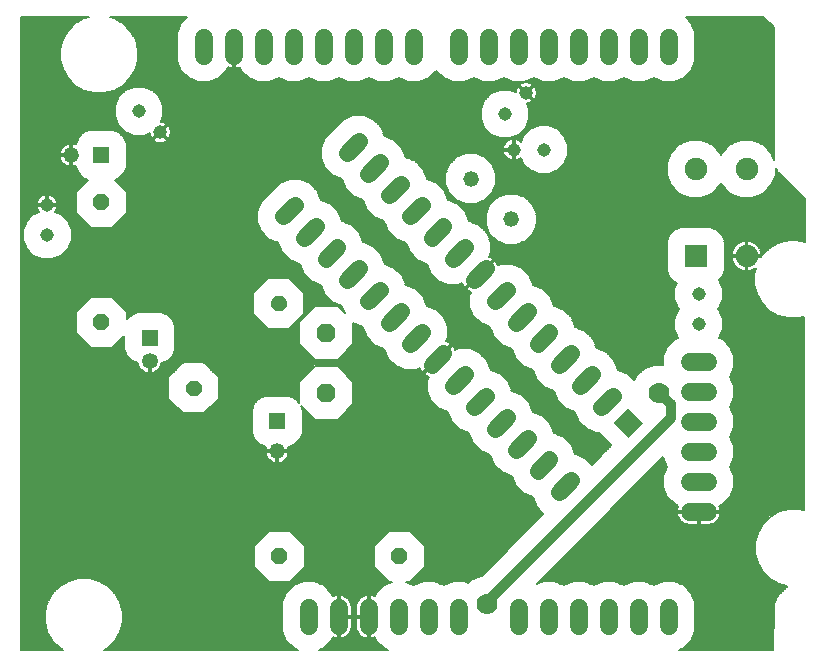
<source format=gtl>
G75*
%MOIN*%
%OFA0B0*%
%FSLAX25Y25*%
%IPPOS*%
%LPD*%
%AMOC8*
5,1,8,0,0,1.08239X$1,22.5*
%
%ADD10C,0.04500*%
%ADD11R,0.05315X0.05315*%
%ADD12C,0.05315*%
%ADD13R,0.05200X0.05200*%
%ADD14C,0.05200*%
%ADD15C,0.06000*%
%ADD16OC8,0.05200*%
%ADD17C,0.01040*%
%ADD18R,0.07000X0.07000*%
%ADD19C,0.05543*%
%ADD20C,0.05543*%
%ADD21R,0.07500X0.07500*%
%ADD22C,0.07500*%
%ADD23OC8,0.06300*%
%ADD24C,0.07000*%
%ADD25C,0.03200*%
%ADD26C,0.00600*%
D10*
X0025082Y0157730D03*
X0024977Y0167729D03*
X0055651Y0198995D03*
X0062722Y0191924D03*
X0177665Y0198002D03*
X0184736Y0205073D03*
X0180565Y0186127D03*
X0190565Y0186127D03*
X0242213Y0138027D03*
X0242213Y0128027D03*
D11*
X0059197Y0123478D03*
D12*
X0059197Y0115604D03*
D13*
X0101724Y0095586D03*
X0043104Y0184286D03*
D14*
X0033104Y0184286D03*
X0101724Y0085586D03*
X0179691Y0162990D03*
X0166256Y0176425D03*
D15*
X0162238Y0217459D02*
X0162238Y0223459D01*
X0172238Y0223459D02*
X0172238Y0217459D01*
X0182238Y0217459D02*
X0182238Y0223459D01*
X0192238Y0223459D02*
X0192238Y0217459D01*
X0202238Y0217459D02*
X0202238Y0223459D01*
X0212238Y0223459D02*
X0212238Y0217459D01*
X0222238Y0217459D02*
X0222238Y0223459D01*
X0232238Y0223459D02*
X0232238Y0217459D01*
X0147238Y0217459D02*
X0147238Y0223459D01*
X0137238Y0223459D02*
X0137238Y0217459D01*
X0127238Y0217459D02*
X0127238Y0223459D01*
X0117238Y0223459D02*
X0117238Y0217459D01*
X0107238Y0217459D02*
X0107238Y0223459D01*
X0097238Y0223459D02*
X0097238Y0217459D01*
X0087238Y0217459D02*
X0087238Y0223459D01*
X0077238Y0223459D02*
X0077238Y0217459D01*
X0239238Y0115459D02*
X0245238Y0115459D01*
X0245238Y0105459D02*
X0239238Y0105459D01*
X0239238Y0095459D02*
X0245238Y0095459D01*
X0245238Y0085459D02*
X0239238Y0085459D01*
X0239238Y0075459D02*
X0245238Y0075459D01*
X0245238Y0065459D02*
X0239238Y0065459D01*
X0232238Y0033459D02*
X0232238Y0027459D01*
X0222238Y0027459D02*
X0222238Y0033459D01*
X0212238Y0033459D02*
X0212238Y0027459D01*
X0202238Y0027459D02*
X0202238Y0033459D01*
X0192238Y0033459D02*
X0192238Y0027459D01*
X0182238Y0027459D02*
X0182238Y0033459D01*
X0162238Y0033459D02*
X0162238Y0027459D01*
X0152238Y0027459D02*
X0152238Y0033459D01*
X0142238Y0033459D02*
X0142238Y0027459D01*
X0132238Y0027459D02*
X0132238Y0033459D01*
X0122238Y0033459D02*
X0122238Y0027459D01*
X0112238Y0027459D02*
X0112238Y0033459D01*
D16*
X0102395Y0050605D03*
X0142395Y0050605D03*
X0043106Y0128585D03*
X0043106Y0168585D03*
D17*
X0103670Y0135321D02*
X0104190Y0135841D01*
X0104190Y0134119D01*
X0102972Y0132901D01*
X0101250Y0132901D01*
X0100032Y0134119D01*
X0100032Y0135841D01*
X0101250Y0137059D01*
X0102972Y0137059D01*
X0104190Y0135841D01*
X0103410Y0135518D01*
X0103410Y0134442D01*
X0102649Y0133681D01*
X0101573Y0133681D01*
X0100812Y0134442D01*
X0100812Y0135518D01*
X0101573Y0136279D01*
X0102649Y0136279D01*
X0103410Y0135518D01*
X0102630Y0135195D01*
X0102630Y0134765D01*
X0102326Y0134461D01*
X0101896Y0134461D01*
X0101592Y0134765D01*
X0101592Y0135195D01*
X0101896Y0135499D01*
X0102326Y0135499D01*
X0102630Y0135195D01*
X0075386Y0107037D02*
X0075906Y0107557D01*
X0075906Y0105835D01*
X0074688Y0104617D01*
X0072966Y0104617D01*
X0071748Y0105835D01*
X0071748Y0107557D01*
X0072966Y0108775D01*
X0074688Y0108775D01*
X0075906Y0107557D01*
X0075126Y0107234D01*
X0075126Y0106158D01*
X0074365Y0105397D01*
X0073289Y0105397D01*
X0072528Y0106158D01*
X0072528Y0107234D01*
X0073289Y0107995D01*
X0074365Y0107995D01*
X0075126Y0107234D01*
X0074346Y0106911D01*
X0074346Y0106481D01*
X0074042Y0106177D01*
X0073612Y0106177D01*
X0073308Y0106481D01*
X0073308Y0106911D01*
X0073612Y0107215D01*
X0074042Y0107215D01*
X0074346Y0106911D01*
D18*
G36*
X0218806Y0100053D02*
X0223755Y0095104D01*
X0218806Y0090155D01*
X0213857Y0095104D01*
X0218806Y0100053D01*
G37*
D19*
X0213695Y0104135D02*
X0209775Y0100215D01*
X0202704Y0107286D02*
X0206624Y0111206D01*
X0199553Y0118277D02*
X0195633Y0114357D01*
X0188562Y0121428D02*
X0192482Y0125348D01*
X0185411Y0132419D02*
X0181491Y0128499D01*
X0174420Y0135570D02*
X0178340Y0139490D01*
X0171269Y0146561D02*
X0167349Y0142641D01*
X0160278Y0149713D02*
X0164198Y0153632D01*
X0157127Y0160703D02*
X0153207Y0156784D01*
X0146136Y0163855D02*
X0150056Y0167774D01*
X0142985Y0174845D02*
X0139065Y0170926D01*
X0131994Y0177997D02*
X0135913Y0181917D01*
X0128842Y0188988D02*
X0124923Y0185068D01*
X0107629Y0167774D02*
X0103709Y0163855D01*
X0110781Y0156784D02*
X0114700Y0160703D01*
X0121771Y0153632D02*
X0117852Y0149713D01*
X0124923Y0142641D02*
X0128842Y0146561D01*
X0135913Y0139490D02*
X0131994Y0135570D01*
X0139065Y0128499D02*
X0142985Y0132419D01*
X0150056Y0125348D02*
X0146136Y0121428D01*
X0153207Y0114357D02*
X0157127Y0118277D01*
X0164198Y0111206D02*
X0160278Y0107286D01*
X0167349Y0100215D02*
X0171269Y0104135D01*
X0178340Y0097064D02*
X0174420Y0093144D01*
X0181491Y0086073D02*
X0185411Y0089993D01*
X0192482Y0082922D02*
X0188562Y0079002D01*
X0195633Y0071931D02*
X0199553Y0075850D01*
D20*
X0183451Y0088033D03*
D21*
X0241193Y0150697D03*
D22*
X0258193Y0150697D03*
X0258193Y0179697D03*
X0241193Y0179697D03*
D23*
X0118090Y0125089D03*
X0118090Y0105089D03*
D24*
X0059197Y0100314D03*
X0043019Y0086890D03*
X0171519Y0034726D03*
X0229094Y0104954D03*
D25*
X0232836Y0101374D01*
X0232836Y0096738D01*
X0173040Y0036709D01*
X0171519Y0034726D01*
X0059197Y0100314D02*
X0043948Y0086648D01*
X0043647Y0086711D01*
X0043019Y0086890D01*
D26*
X0016179Y0019309D02*
X0016372Y0230411D01*
X0038972Y0230396D01*
X0037385Y0229971D01*
X0034424Y0228261D01*
X0032006Y0225843D01*
X0030296Y0222882D01*
X0029411Y0219579D01*
X0029411Y0216159D01*
X0030296Y0212857D01*
X0032006Y0209895D01*
X0034424Y0207477D01*
X0037385Y0205768D01*
X0040688Y0204883D01*
X0044108Y0204883D01*
X0047411Y0205768D01*
X0050372Y0207477D01*
X0052790Y0209895D01*
X0054500Y0212857D01*
X0055385Y0216159D01*
X0055385Y0219579D01*
X0054500Y0222882D01*
X0052790Y0225843D01*
X0050372Y0228261D01*
X0047411Y0229971D01*
X0045841Y0230391D01*
X0071566Y0230374D01*
X0069693Y0228501D01*
X0068338Y0225230D01*
X0068338Y0215689D01*
X0069693Y0212418D01*
X0072196Y0209914D01*
X0075468Y0208559D01*
X0079008Y0208559D01*
X0082279Y0209914D01*
X0084783Y0212418D01*
X0085284Y0213629D01*
X0085587Y0213474D01*
X0086231Y0213265D01*
X0086899Y0213159D01*
X0086938Y0213159D01*
X0086938Y0220159D01*
X0087538Y0220159D01*
X0087538Y0213159D01*
X0087576Y0213159D01*
X0088245Y0213265D01*
X0088888Y0213474D01*
X0089191Y0213629D01*
X0089693Y0212418D01*
X0092196Y0209914D01*
X0095468Y0208559D01*
X0099008Y0208559D01*
X0102238Y0209897D01*
X0105468Y0208559D01*
X0109008Y0208559D01*
X0112238Y0209897D01*
X0115468Y0208559D01*
X0119008Y0208559D01*
X0122238Y0209897D01*
X0125468Y0208559D01*
X0129008Y0208559D01*
X0132238Y0209897D01*
X0135468Y0208559D01*
X0139008Y0208559D01*
X0142238Y0209897D01*
X0145468Y0208559D01*
X0149008Y0208559D01*
X0152279Y0209914D01*
X0154738Y0212373D01*
X0157196Y0209914D01*
X0160468Y0208559D01*
X0164008Y0208559D01*
X0167238Y0209897D01*
X0170468Y0208559D01*
X0174008Y0208559D01*
X0177238Y0209897D01*
X0180468Y0208559D01*
X0184008Y0208559D01*
X0187238Y0209897D01*
X0190468Y0208559D01*
X0194008Y0208559D01*
X0197238Y0209897D01*
X0200468Y0208559D01*
X0204008Y0208559D01*
X0207238Y0209897D01*
X0210468Y0208559D01*
X0214008Y0208559D01*
X0217238Y0209897D01*
X0220468Y0208559D01*
X0224008Y0208559D01*
X0227238Y0209897D01*
X0230468Y0208559D01*
X0234008Y0208559D01*
X0237279Y0209914D01*
X0239783Y0212418D01*
X0241138Y0215689D01*
X0241138Y0225230D01*
X0239783Y0228501D01*
X0238023Y0230260D01*
X0263502Y0230243D01*
X0267249Y0227023D01*
X0267406Y0182672D01*
X0266374Y0185163D01*
X0263659Y0187878D01*
X0260113Y0189347D01*
X0256274Y0189347D01*
X0252727Y0187878D01*
X0250012Y0185163D01*
X0249693Y0184393D01*
X0249374Y0185163D01*
X0246659Y0187878D01*
X0243113Y0189347D01*
X0239274Y0189347D01*
X0235727Y0187878D01*
X0233012Y0185163D01*
X0231543Y0181616D01*
X0231543Y0177777D01*
X0233012Y0174231D01*
X0235727Y0171516D01*
X0239274Y0170047D01*
X0243113Y0170047D01*
X0246659Y0171516D01*
X0249374Y0174231D01*
X0249693Y0175001D01*
X0250012Y0174231D01*
X0252727Y0171516D01*
X0256274Y0170047D01*
X0260113Y0170047D01*
X0263659Y0171516D01*
X0266374Y0174231D01*
X0267843Y0177777D01*
X0267843Y0180162D01*
X0267898Y0180031D01*
X0268380Y0178866D01*
X0268389Y0178857D01*
X0268394Y0178846D01*
X0269289Y0177957D01*
X0277511Y0169731D01*
X0277501Y0155330D01*
X0275393Y0155895D01*
X0271974Y0155895D01*
X0268671Y0155010D01*
X0265710Y0153300D01*
X0263292Y0150882D01*
X0263012Y0150397D01*
X0258493Y0150397D01*
X0258493Y0145647D01*
X0258591Y0145647D01*
X0259376Y0145771D01*
X0260132Y0146017D01*
X0260840Y0146378D01*
X0261248Y0146674D01*
X0260697Y0144618D01*
X0260697Y0141198D01*
X0261582Y0137895D01*
X0263292Y0134934D01*
X0265710Y0132516D01*
X0268671Y0130806D01*
X0271974Y0129921D01*
X0275393Y0129921D01*
X0277485Y0130482D01*
X0277441Y0065946D01*
X0275665Y0066422D01*
X0272245Y0066422D01*
X0268943Y0065537D01*
X0265981Y0063827D01*
X0263563Y0061409D01*
X0261854Y0058448D01*
X0260969Y0055145D01*
X0260969Y0051726D01*
X0261854Y0048423D01*
X0263563Y0045461D01*
X0265981Y0043044D01*
X0268943Y0041334D01*
X0271789Y0040571D01*
X0269146Y0037925D01*
X0268268Y0037072D01*
X0268248Y0037026D01*
X0268213Y0036991D01*
X0267745Y0035859D01*
X0267260Y0034733D01*
X0267259Y0034684D01*
X0267241Y0034639D01*
X0267241Y0033413D01*
X0267041Y0019279D01*
X0243436Y0019307D01*
X0243432Y0019309D01*
X0242166Y0019309D01*
X0240894Y0019310D01*
X0240890Y0019309D01*
X0235818Y0019309D01*
X0237279Y0019914D01*
X0239783Y0022418D01*
X0241138Y0025689D01*
X0241138Y0035230D01*
X0239783Y0038501D01*
X0237279Y0041004D01*
X0234008Y0042359D01*
X0230468Y0042359D01*
X0227238Y0041021D01*
X0224008Y0042359D01*
X0220468Y0042359D01*
X0217238Y0041021D01*
X0214008Y0042359D01*
X0210468Y0042359D01*
X0207238Y0041021D01*
X0204008Y0042359D01*
X0200468Y0042359D01*
X0197238Y0041021D01*
X0194008Y0042359D01*
X0190468Y0042359D01*
X0188402Y0041504D01*
X0230363Y0083628D01*
X0231676Y0080459D01*
X0230338Y0077230D01*
X0230338Y0073689D01*
X0231693Y0070418D01*
X0234196Y0067914D01*
X0235407Y0067413D01*
X0235253Y0067110D01*
X0235044Y0066466D01*
X0234938Y0065798D01*
X0234938Y0065759D01*
X0241938Y0065759D01*
X0241938Y0065159D01*
X0242538Y0065159D01*
X0242538Y0065759D01*
X0249538Y0065759D01*
X0249538Y0065798D01*
X0249432Y0066466D01*
X0249223Y0067110D01*
X0249069Y0067413D01*
X0250279Y0067914D01*
X0252783Y0070418D01*
X0254138Y0073689D01*
X0254138Y0077230D01*
X0252800Y0080459D01*
X0254138Y0083689D01*
X0254138Y0087230D01*
X0252800Y0090459D01*
X0254138Y0093689D01*
X0254138Y0097230D01*
X0252800Y0100459D01*
X0254138Y0103689D01*
X0254138Y0107230D01*
X0252800Y0110459D01*
X0254138Y0113689D01*
X0254138Y0117230D01*
X0252783Y0120501D01*
X0250279Y0123004D01*
X0249148Y0123473D01*
X0250363Y0126405D01*
X0250363Y0129648D01*
X0249122Y0132643D01*
X0248738Y0133027D01*
X0249122Y0133410D01*
X0250363Y0136405D01*
X0250363Y0139648D01*
X0249122Y0142643D01*
X0249052Y0142712D01*
X0249945Y0143605D01*
X0250843Y0145773D01*
X0250843Y0155621D01*
X0249945Y0157789D01*
X0248285Y0159449D01*
X0246117Y0160347D01*
X0236270Y0160347D01*
X0234101Y0159449D01*
X0232441Y0157789D01*
X0231543Y0155621D01*
X0231543Y0145773D01*
X0232441Y0143605D01*
X0234101Y0141945D01*
X0234880Y0141622D01*
X0234063Y0139648D01*
X0234063Y0136405D01*
X0235303Y0133410D01*
X0235687Y0133027D01*
X0235303Y0132643D01*
X0234063Y0129648D01*
X0234063Y0126405D01*
X0235285Y0123455D01*
X0234196Y0123004D01*
X0231693Y0120501D01*
X0230338Y0117230D01*
X0230338Y0114354D01*
X0227224Y0114354D01*
X0223770Y0112923D01*
X0221125Y0110279D01*
X0220741Y0109352D01*
X0218607Y0111486D01*
X0215420Y0112806D01*
X0215296Y0112806D01*
X0215296Y0112931D01*
X0213976Y0116118D01*
X0211536Y0118557D01*
X0208349Y0119877D01*
X0208225Y0119877D01*
X0208225Y0120002D01*
X0206905Y0123189D01*
X0204465Y0125628D01*
X0201278Y0126949D01*
X0201154Y0126949D01*
X0201154Y0127073D01*
X0199833Y0130260D01*
X0197394Y0132699D01*
X0194207Y0134020D01*
X0194083Y0134020D01*
X0194083Y0134144D01*
X0192762Y0137331D01*
X0190323Y0139771D01*
X0187136Y0141091D01*
X0187011Y0141091D01*
X0187011Y0141215D01*
X0185691Y0144402D01*
X0183252Y0146842D01*
X0180065Y0148162D01*
X0176615Y0148162D01*
X0175218Y0147583D01*
X0175042Y0148124D01*
X0174751Y0148695D01*
X0174374Y0149214D01*
X0174360Y0149228D01*
X0169733Y0144601D01*
X0169309Y0145026D01*
X0173936Y0149652D01*
X0173921Y0149667D01*
X0173403Y0150044D01*
X0172832Y0150335D01*
X0172291Y0150510D01*
X0172869Y0151907D01*
X0172869Y0155357D01*
X0171549Y0158544D01*
X0169110Y0160984D01*
X0165923Y0162304D01*
X0165798Y0162304D01*
X0165798Y0162428D01*
X0164478Y0165615D01*
X0162039Y0168055D01*
X0158852Y0169375D01*
X0158727Y0169375D01*
X0158727Y0169499D01*
X0157407Y0172686D01*
X0154968Y0175126D01*
X0151780Y0176446D01*
X0151656Y0176446D01*
X0151656Y0176570D01*
X0150336Y0179758D01*
X0147897Y0182197D01*
X0144709Y0183517D01*
X0144585Y0183517D01*
X0144585Y0183641D01*
X0143265Y0186829D01*
X0140826Y0189268D01*
X0137638Y0190588D01*
X0137514Y0190588D01*
X0137514Y0190712D01*
X0136194Y0193900D01*
X0133754Y0196339D01*
X0130567Y0197659D01*
X0127117Y0197659D01*
X0123930Y0196339D01*
X0117571Y0189980D01*
X0116251Y0186793D01*
X0116251Y0183343D01*
X0117571Y0180156D01*
X0120011Y0177716D01*
X0123198Y0176396D01*
X0123322Y0176396D01*
X0123322Y0176272D01*
X0124642Y0173085D01*
X0127082Y0170645D01*
X0130269Y0169325D01*
X0130393Y0169325D01*
X0130393Y0169201D01*
X0131713Y0166014D01*
X0134153Y0163574D01*
X0137340Y0162254D01*
X0137464Y0162254D01*
X0137464Y0162130D01*
X0138784Y0158943D01*
X0141224Y0156503D01*
X0144411Y0155183D01*
X0144535Y0155183D01*
X0144535Y0155059D01*
X0145855Y0151871D01*
X0148295Y0149432D01*
X0151482Y0148112D01*
X0151606Y0148112D01*
X0151606Y0147988D01*
X0152927Y0144800D01*
X0155366Y0142361D01*
X0158553Y0141041D01*
X0162003Y0141041D01*
X0163400Y0141620D01*
X0163576Y0141078D01*
X0163867Y0140507D01*
X0164243Y0139989D01*
X0164258Y0139974D01*
X0168885Y0144601D01*
X0169309Y0144177D01*
X0164682Y0139550D01*
X0164697Y0139536D01*
X0165215Y0139159D01*
X0165786Y0138868D01*
X0166327Y0138692D01*
X0165748Y0137295D01*
X0165748Y0133845D01*
X0167069Y0130658D01*
X0169508Y0128219D01*
X0172695Y0126899D01*
X0172820Y0126899D01*
X0172820Y0126774D01*
X0174140Y0123587D01*
X0176579Y0121148D01*
X0179766Y0119828D01*
X0179891Y0119828D01*
X0179891Y0119703D01*
X0181211Y0116516D01*
X0183650Y0114077D01*
X0186837Y0112757D01*
X0186962Y0112757D01*
X0186962Y0112632D01*
X0188282Y0109445D01*
X0190721Y0107006D01*
X0193908Y0105686D01*
X0194033Y0105686D01*
X0194033Y0105561D01*
X0195353Y0102374D01*
X0197792Y0099935D01*
X0200980Y0098614D01*
X0201104Y0098614D01*
X0201104Y0098490D01*
X0202424Y0095303D01*
X0204863Y0092864D01*
X0208051Y0091543D01*
X0209073Y0091543D01*
X0213082Y0087535D01*
X0206620Y0081047D01*
X0204465Y0083202D01*
X0201278Y0084522D01*
X0201154Y0084522D01*
X0201154Y0084646D01*
X0199833Y0087834D01*
X0197394Y0090273D01*
X0194207Y0091593D01*
X0194083Y0091593D01*
X0194083Y0091718D01*
X0192762Y0094905D01*
X0190323Y0097344D01*
X0187136Y0098664D01*
X0187011Y0098664D01*
X0187011Y0098789D01*
X0185691Y0101976D01*
X0183252Y0104415D01*
X0180065Y0105735D01*
X0179940Y0105735D01*
X0179940Y0105860D01*
X0178620Y0109047D01*
X0176181Y0111486D01*
X0172994Y0112806D01*
X0172869Y0112806D01*
X0172869Y0112931D01*
X0171549Y0116118D01*
X0169110Y0118557D01*
X0165923Y0119877D01*
X0162473Y0119877D01*
X0161076Y0119299D01*
X0160900Y0119840D01*
X0160609Y0120411D01*
X0160232Y0120929D01*
X0160218Y0120944D01*
X0155591Y0116317D01*
X0155167Y0116741D01*
X0159794Y0121368D01*
X0159779Y0121383D01*
X0159261Y0121759D01*
X0158690Y0122050D01*
X0158149Y0122226D01*
X0158727Y0123623D01*
X0158727Y0127073D01*
X0157407Y0130260D01*
X0154968Y0132699D01*
X0151780Y0134020D01*
X0151656Y0134020D01*
X0151656Y0134144D01*
X0150336Y0137331D01*
X0147897Y0139771D01*
X0144709Y0141091D01*
X0144585Y0141091D01*
X0144585Y0141215D01*
X0143265Y0144402D01*
X0140826Y0146842D01*
X0137638Y0148162D01*
X0137514Y0148162D01*
X0137514Y0148286D01*
X0136194Y0151473D01*
X0133754Y0153913D01*
X0130567Y0155233D01*
X0130443Y0155233D01*
X0130443Y0155357D01*
X0129123Y0158544D01*
X0126683Y0160984D01*
X0123496Y0162304D01*
X0123372Y0162304D01*
X0123372Y0162428D01*
X0122052Y0165615D01*
X0119612Y0168055D01*
X0116425Y0169375D01*
X0116301Y0169375D01*
X0116301Y0169499D01*
X0114981Y0172686D01*
X0112541Y0175126D01*
X0109354Y0176446D01*
X0105904Y0176446D01*
X0102717Y0175126D01*
X0096358Y0168767D01*
X0095038Y0165580D01*
X0095038Y0162130D01*
X0096358Y0158943D01*
X0098797Y0156503D01*
X0101985Y0155183D01*
X0102109Y0155183D01*
X0102109Y0155059D01*
X0103429Y0151871D01*
X0105868Y0149432D01*
X0109056Y0148112D01*
X0109180Y0148112D01*
X0109180Y0147988D01*
X0110500Y0144800D01*
X0112939Y0142361D01*
X0116127Y0141041D01*
X0116251Y0141041D01*
X0116251Y0140917D01*
X0117571Y0137729D01*
X0120011Y0135290D01*
X0123198Y0133970D01*
X0123322Y0133970D01*
X0123322Y0133845D01*
X0124163Y0131815D01*
X0121839Y0134139D01*
X0114342Y0134139D01*
X0109040Y0128838D01*
X0109040Y0121341D01*
X0114342Y0116039D01*
X0121839Y0116039D01*
X0127140Y0121341D01*
X0127140Y0128195D01*
X0130269Y0126899D01*
X0130393Y0126899D01*
X0130393Y0126774D01*
X0131713Y0123587D01*
X0134153Y0121148D01*
X0137340Y0119828D01*
X0137464Y0119828D01*
X0137464Y0119703D01*
X0138784Y0116516D01*
X0141224Y0114077D01*
X0144411Y0112757D01*
X0147861Y0112757D01*
X0149258Y0113335D01*
X0149434Y0112794D01*
X0149725Y0112223D01*
X0150101Y0111705D01*
X0150116Y0111690D01*
X0154742Y0116317D01*
X0155167Y0115893D01*
X0150540Y0111266D01*
X0150554Y0111252D01*
X0151073Y0110875D01*
X0151644Y0110584D01*
X0152185Y0110408D01*
X0151606Y0109011D01*
X0151606Y0105561D01*
X0152927Y0102374D01*
X0155366Y0099935D01*
X0158553Y0098614D01*
X0158677Y0098614D01*
X0158677Y0098490D01*
X0159998Y0095303D01*
X0162437Y0092864D01*
X0165624Y0091543D01*
X0165748Y0091543D01*
X0165748Y0091419D01*
X0167069Y0088232D01*
X0169508Y0085793D01*
X0172695Y0084472D01*
X0172820Y0084472D01*
X0172820Y0084348D01*
X0174140Y0081161D01*
X0176579Y0078721D01*
X0179766Y0077401D01*
X0179891Y0077401D01*
X0179891Y0077277D01*
X0181211Y0074090D01*
X0183650Y0071650D01*
X0186837Y0070330D01*
X0186962Y0070330D01*
X0186962Y0070206D01*
X0188282Y0067019D01*
X0190468Y0064832D01*
X0169842Y0044126D01*
X0169649Y0044126D01*
X0166194Y0042695D01*
X0165316Y0041817D01*
X0164008Y0042359D01*
X0160468Y0042359D01*
X0157238Y0041021D01*
X0154008Y0042359D01*
X0150468Y0042359D01*
X0147238Y0041021D01*
X0144622Y0042105D01*
X0145916Y0042105D01*
X0150895Y0047084D01*
X0150895Y0054126D01*
X0145916Y0059105D01*
X0138874Y0059105D01*
X0133895Y0054126D01*
X0133895Y0047084D01*
X0138874Y0042105D01*
X0139853Y0042105D01*
X0137196Y0041004D01*
X0134693Y0038501D01*
X0134191Y0037290D01*
X0133888Y0037444D01*
X0133245Y0037653D01*
X0132576Y0037759D01*
X0132538Y0037759D01*
X0132538Y0030759D01*
X0131938Y0030759D01*
X0131938Y0030159D01*
X0132538Y0030159D01*
X0132538Y0023159D01*
X0132576Y0023159D01*
X0133245Y0023265D01*
X0133888Y0023474D01*
X0134191Y0023629D01*
X0134693Y0022418D01*
X0137196Y0019914D01*
X0138658Y0019309D01*
X0115818Y0019309D01*
X0117279Y0019914D01*
X0119783Y0022418D01*
X0120284Y0023629D01*
X0120587Y0023474D01*
X0121231Y0023265D01*
X0121899Y0023159D01*
X0121938Y0023159D01*
X0121938Y0030159D01*
X0122538Y0030159D01*
X0122538Y0030759D01*
X0126538Y0030759D01*
X0126538Y0033798D01*
X0126432Y0034466D01*
X0126223Y0035110D01*
X0125916Y0035713D01*
X0125518Y0036260D01*
X0125039Y0036739D01*
X0124492Y0037137D01*
X0123888Y0037444D01*
X0123245Y0037653D01*
X0122576Y0037759D01*
X0122538Y0037759D01*
X0122538Y0030759D01*
X0121938Y0030759D01*
X0121938Y0037759D01*
X0121899Y0037759D01*
X0121231Y0037653D01*
X0120587Y0037444D01*
X0120284Y0037290D01*
X0119783Y0038501D01*
X0117279Y0041004D01*
X0114008Y0042359D01*
X0110468Y0042359D01*
X0107196Y0041004D01*
X0104693Y0038501D01*
X0103338Y0035230D01*
X0103338Y0025689D01*
X0104693Y0022418D01*
X0107196Y0019914D01*
X0108658Y0019309D01*
X0043980Y0019309D01*
X0045188Y0020006D01*
X0047606Y0022424D01*
X0049316Y0025385D01*
X0050201Y0028688D01*
X0050201Y0032107D01*
X0049316Y0035410D01*
X0047606Y0038372D01*
X0045188Y0040790D01*
X0042227Y0042499D01*
X0038924Y0043384D01*
X0035504Y0043384D01*
X0032201Y0042499D01*
X0029240Y0040790D01*
X0026822Y0038372D01*
X0025112Y0035410D01*
X0024227Y0032107D01*
X0024227Y0028688D01*
X0025112Y0025385D01*
X0026822Y0022424D01*
X0029240Y0020006D01*
X0030448Y0019309D01*
X0016179Y0019309D01*
X0016179Y0019356D02*
X0030366Y0019356D01*
X0029329Y0019954D02*
X0016179Y0019954D01*
X0016180Y0020553D02*
X0028693Y0020553D01*
X0028095Y0021151D02*
X0016180Y0021151D01*
X0016181Y0021750D02*
X0027496Y0021750D01*
X0026898Y0022348D02*
X0016181Y0022348D01*
X0016182Y0022947D02*
X0026520Y0022947D01*
X0026175Y0023545D02*
X0016183Y0023545D01*
X0016183Y0024144D02*
X0025829Y0024144D01*
X0025484Y0024742D02*
X0016184Y0024742D01*
X0016184Y0025341D02*
X0025138Y0025341D01*
X0024964Y0025939D02*
X0016185Y0025939D01*
X0016185Y0026538D02*
X0024804Y0026538D01*
X0024643Y0027137D02*
X0016186Y0027137D01*
X0016186Y0027735D02*
X0024483Y0027735D01*
X0024322Y0028334D02*
X0016187Y0028334D01*
X0016187Y0028932D02*
X0024227Y0028932D01*
X0024227Y0029531D02*
X0016188Y0029531D01*
X0016189Y0030129D02*
X0024227Y0030129D01*
X0024227Y0030728D02*
X0016189Y0030728D01*
X0016190Y0031326D02*
X0024227Y0031326D01*
X0024227Y0031925D02*
X0016190Y0031925D01*
X0016191Y0032523D02*
X0024339Y0032523D01*
X0024499Y0033122D02*
X0016191Y0033122D01*
X0016192Y0033720D02*
X0024660Y0033720D01*
X0024820Y0034319D02*
X0016192Y0034319D01*
X0016193Y0034917D02*
X0024980Y0034917D01*
X0025173Y0035516D02*
X0016194Y0035516D01*
X0016194Y0036114D02*
X0025519Y0036114D01*
X0025864Y0036713D02*
X0016195Y0036713D01*
X0016195Y0037311D02*
X0026210Y0037311D01*
X0026555Y0037910D02*
X0016196Y0037910D01*
X0016196Y0038508D02*
X0026959Y0038508D01*
X0027557Y0039107D02*
X0016197Y0039107D01*
X0016197Y0039705D02*
X0028156Y0039705D01*
X0028754Y0040304D02*
X0016198Y0040304D01*
X0016198Y0040902D02*
X0029435Y0040902D01*
X0030472Y0041501D02*
X0016199Y0041501D01*
X0016200Y0042099D02*
X0031509Y0042099D01*
X0032942Y0042698D02*
X0016200Y0042698D01*
X0016201Y0043296D02*
X0035176Y0043296D01*
X0039252Y0043296D02*
X0097683Y0043296D01*
X0098281Y0042698D02*
X0041486Y0042698D01*
X0042920Y0042099D02*
X0109840Y0042099D01*
X0108395Y0041501D02*
X0043956Y0041501D01*
X0044993Y0040902D02*
X0107094Y0040902D01*
X0106496Y0040304D02*
X0045674Y0040304D01*
X0046272Y0039705D02*
X0105897Y0039705D01*
X0105299Y0039107D02*
X0046871Y0039107D01*
X0047469Y0038508D02*
X0104700Y0038508D01*
X0104448Y0037910D02*
X0047873Y0037910D01*
X0048218Y0037311D02*
X0104200Y0037311D01*
X0103952Y0036713D02*
X0048564Y0036713D01*
X0048909Y0036114D02*
X0103704Y0036114D01*
X0103456Y0035516D02*
X0049255Y0035516D01*
X0049448Y0034917D02*
X0103338Y0034917D01*
X0103338Y0034319D02*
X0049608Y0034319D01*
X0049769Y0033720D02*
X0103338Y0033720D01*
X0103338Y0033122D02*
X0049929Y0033122D01*
X0050089Y0032523D02*
X0103338Y0032523D01*
X0103338Y0031925D02*
X0050201Y0031925D01*
X0050201Y0031326D02*
X0103338Y0031326D01*
X0103338Y0030728D02*
X0050201Y0030728D01*
X0050201Y0030129D02*
X0103338Y0030129D01*
X0103338Y0029531D02*
X0050201Y0029531D01*
X0050201Y0028932D02*
X0103338Y0028932D01*
X0103338Y0028334D02*
X0050106Y0028334D01*
X0049945Y0027735D02*
X0103338Y0027735D01*
X0103338Y0027137D02*
X0049785Y0027137D01*
X0049625Y0026538D02*
X0103338Y0026538D01*
X0103338Y0025939D02*
X0049464Y0025939D01*
X0049290Y0025341D02*
X0103482Y0025341D01*
X0103730Y0024742D02*
X0048945Y0024742D01*
X0048599Y0024144D02*
X0103978Y0024144D01*
X0104226Y0023545D02*
X0048254Y0023545D01*
X0047908Y0022947D02*
X0104474Y0022947D01*
X0104762Y0022348D02*
X0047531Y0022348D01*
X0046932Y0021750D02*
X0105361Y0021750D01*
X0105959Y0021151D02*
X0046334Y0021151D01*
X0045735Y0020553D02*
X0106558Y0020553D01*
X0107156Y0019954D02*
X0045099Y0019954D01*
X0044062Y0019356D02*
X0108544Y0019356D01*
X0115931Y0019356D02*
X0138544Y0019356D01*
X0137156Y0019954D02*
X0117320Y0019954D01*
X0117918Y0020553D02*
X0136558Y0020553D01*
X0135959Y0021151D02*
X0118517Y0021151D01*
X0119115Y0021750D02*
X0135361Y0021750D01*
X0134762Y0022348D02*
X0119714Y0022348D01*
X0120002Y0022947D02*
X0134474Y0022947D01*
X0134226Y0023545D02*
X0134028Y0023545D01*
X0132538Y0023545D02*
X0131938Y0023545D01*
X0131938Y0023159D02*
X0131938Y0030159D01*
X0127938Y0030159D01*
X0127938Y0027121D01*
X0128044Y0026452D01*
X0128253Y0025809D01*
X0128560Y0025205D01*
X0128958Y0024658D01*
X0129437Y0024179D01*
X0129984Y0023781D01*
X0130587Y0023474D01*
X0131231Y0023265D01*
X0131899Y0023159D01*
X0131938Y0023159D01*
X0131938Y0024144D02*
X0132538Y0024144D01*
X0132538Y0024742D02*
X0131938Y0024742D01*
X0131938Y0025341D02*
X0132538Y0025341D01*
X0132538Y0025939D02*
X0131938Y0025939D01*
X0131938Y0026538D02*
X0132538Y0026538D01*
X0132538Y0027137D02*
X0131938Y0027137D01*
X0131938Y0027735D02*
X0132538Y0027735D01*
X0132538Y0028334D02*
X0131938Y0028334D01*
X0131938Y0028932D02*
X0132538Y0028932D01*
X0132538Y0029531D02*
X0131938Y0029531D01*
X0131938Y0030129D02*
X0132538Y0030129D01*
X0131938Y0030728D02*
X0122538Y0030728D01*
X0122538Y0030159D02*
X0126538Y0030159D01*
X0126538Y0027121D01*
X0126432Y0026452D01*
X0126223Y0025809D01*
X0125916Y0025205D01*
X0125518Y0024658D01*
X0125039Y0024179D01*
X0124492Y0023781D01*
X0123888Y0023474D01*
X0123245Y0023265D01*
X0122576Y0023159D01*
X0122538Y0023159D01*
X0122538Y0030159D01*
X0122538Y0030129D02*
X0121938Y0030129D01*
X0121938Y0029531D02*
X0122538Y0029531D01*
X0122538Y0028932D02*
X0121938Y0028932D01*
X0121938Y0028334D02*
X0122538Y0028334D01*
X0122538Y0027735D02*
X0121938Y0027735D01*
X0121938Y0027137D02*
X0122538Y0027137D01*
X0122538Y0026538D02*
X0121938Y0026538D01*
X0121938Y0025939D02*
X0122538Y0025939D01*
X0122538Y0025341D02*
X0121938Y0025341D01*
X0121938Y0024742D02*
X0122538Y0024742D01*
X0122538Y0024144D02*
X0121938Y0024144D01*
X0121938Y0023545D02*
X0122538Y0023545D01*
X0124028Y0023545D02*
X0130447Y0023545D01*
X0129485Y0024144D02*
X0124990Y0024144D01*
X0125579Y0024742D02*
X0128897Y0024742D01*
X0128491Y0025341D02*
X0125985Y0025341D01*
X0126265Y0025939D02*
X0128210Y0025939D01*
X0128030Y0026538D02*
X0126446Y0026538D01*
X0126538Y0027137D02*
X0127938Y0027137D01*
X0127938Y0027735D02*
X0126538Y0027735D01*
X0126538Y0028334D02*
X0127938Y0028334D01*
X0127938Y0028932D02*
X0126538Y0028932D01*
X0126538Y0029531D02*
X0127938Y0029531D01*
X0127938Y0030129D02*
X0126538Y0030129D01*
X0126538Y0031326D02*
X0127938Y0031326D01*
X0127938Y0030759D02*
X0131938Y0030759D01*
X0131938Y0037759D01*
X0131899Y0037759D01*
X0131231Y0037653D01*
X0130587Y0037444D01*
X0129984Y0037137D01*
X0129437Y0036739D01*
X0128958Y0036260D01*
X0128560Y0035713D01*
X0128253Y0035110D01*
X0128044Y0034466D01*
X0127938Y0033798D01*
X0127938Y0030759D01*
X0127938Y0031925D02*
X0126538Y0031925D01*
X0126538Y0032523D02*
X0127938Y0032523D01*
X0127938Y0033122D02*
X0126538Y0033122D01*
X0126538Y0033720D02*
X0127938Y0033720D01*
X0128020Y0034319D02*
X0126455Y0034319D01*
X0126285Y0034917D02*
X0128190Y0034917D01*
X0128460Y0035516D02*
X0126016Y0035516D01*
X0125624Y0036114D02*
X0128852Y0036114D01*
X0129410Y0036713D02*
X0125065Y0036713D01*
X0124149Y0037311D02*
X0130326Y0037311D01*
X0131938Y0037311D02*
X0132538Y0037311D01*
X0132538Y0036713D02*
X0131938Y0036713D01*
X0131938Y0036114D02*
X0132538Y0036114D01*
X0132538Y0035516D02*
X0131938Y0035516D01*
X0131938Y0034917D02*
X0132538Y0034917D01*
X0132538Y0034319D02*
X0131938Y0034319D01*
X0131938Y0033720D02*
X0132538Y0033720D01*
X0132538Y0033122D02*
X0131938Y0033122D01*
X0131938Y0032523D02*
X0132538Y0032523D01*
X0132538Y0031925D02*
X0131938Y0031925D01*
X0131938Y0031326D02*
X0132538Y0031326D01*
X0134149Y0037311D02*
X0134200Y0037311D01*
X0134448Y0037910D02*
X0120028Y0037910D01*
X0120276Y0037311D02*
X0120326Y0037311D01*
X0119775Y0038508D02*
X0134700Y0038508D01*
X0135299Y0039107D02*
X0119177Y0039107D01*
X0118578Y0039705D02*
X0135897Y0039705D01*
X0136496Y0040304D02*
X0117980Y0040304D01*
X0117381Y0040902D02*
X0137094Y0040902D01*
X0138395Y0041501D02*
X0116081Y0041501D01*
X0114636Y0042099D02*
X0139840Y0042099D01*
X0138281Y0042698D02*
X0106509Y0042698D01*
X0105916Y0042105D02*
X0110895Y0047084D01*
X0110895Y0054126D01*
X0105916Y0059105D01*
X0098874Y0059105D01*
X0093895Y0054126D01*
X0093895Y0047084D01*
X0098874Y0042105D01*
X0105916Y0042105D01*
X0107108Y0043296D02*
X0137683Y0043296D01*
X0137084Y0043895D02*
X0107706Y0043895D01*
X0108305Y0044493D02*
X0136486Y0044493D01*
X0135887Y0045092D02*
X0108903Y0045092D01*
X0109502Y0045690D02*
X0135289Y0045690D01*
X0134690Y0046289D02*
X0110100Y0046289D01*
X0110699Y0046887D02*
X0134092Y0046887D01*
X0133895Y0047486D02*
X0110895Y0047486D01*
X0110895Y0048084D02*
X0133895Y0048084D01*
X0133895Y0048683D02*
X0110895Y0048683D01*
X0110895Y0049281D02*
X0133895Y0049281D01*
X0133895Y0049880D02*
X0110895Y0049880D01*
X0110895Y0050478D02*
X0133895Y0050478D01*
X0133895Y0051077D02*
X0110895Y0051077D01*
X0110895Y0051675D02*
X0133895Y0051675D01*
X0133895Y0052274D02*
X0110895Y0052274D01*
X0110895Y0052873D02*
X0133895Y0052873D01*
X0133895Y0053471D02*
X0110895Y0053471D01*
X0110895Y0054070D02*
X0133895Y0054070D01*
X0134438Y0054668D02*
X0110353Y0054668D01*
X0109754Y0055267D02*
X0135036Y0055267D01*
X0135635Y0055865D02*
X0109156Y0055865D01*
X0108557Y0056464D02*
X0136233Y0056464D01*
X0136832Y0057062D02*
X0107959Y0057062D01*
X0107360Y0057661D02*
X0137430Y0057661D01*
X0138029Y0058259D02*
X0106762Y0058259D01*
X0106163Y0058858D02*
X0138627Y0058858D01*
X0146163Y0058858D02*
X0184517Y0058858D01*
X0185113Y0059456D02*
X0016215Y0059456D01*
X0016215Y0058858D02*
X0098627Y0058858D01*
X0098029Y0058259D02*
X0016214Y0058259D01*
X0016214Y0057661D02*
X0097430Y0057661D01*
X0096832Y0057062D02*
X0016213Y0057062D01*
X0016213Y0056464D02*
X0096233Y0056464D01*
X0095635Y0055865D02*
X0016212Y0055865D01*
X0016212Y0055267D02*
X0095036Y0055267D01*
X0094438Y0054668D02*
X0016211Y0054668D01*
X0016211Y0054070D02*
X0093895Y0054070D01*
X0093895Y0053471D02*
X0016210Y0053471D01*
X0016209Y0052873D02*
X0093895Y0052873D01*
X0093895Y0052274D02*
X0016209Y0052274D01*
X0016208Y0051675D02*
X0093895Y0051675D01*
X0093895Y0051077D02*
X0016208Y0051077D01*
X0016207Y0050478D02*
X0093895Y0050478D01*
X0093895Y0049880D02*
X0016207Y0049880D01*
X0016206Y0049281D02*
X0093895Y0049281D01*
X0093895Y0048683D02*
X0016206Y0048683D01*
X0016205Y0048084D02*
X0093895Y0048084D01*
X0093895Y0047486D02*
X0016204Y0047486D01*
X0016204Y0046887D02*
X0094092Y0046887D01*
X0094690Y0046289D02*
X0016203Y0046289D01*
X0016203Y0045690D02*
X0095289Y0045690D01*
X0095887Y0045092D02*
X0016202Y0045092D01*
X0016202Y0044493D02*
X0096486Y0044493D01*
X0097084Y0043895D02*
X0016201Y0043895D01*
X0016216Y0060055D02*
X0185709Y0060055D01*
X0186305Y0060653D02*
X0016217Y0060653D01*
X0016217Y0061252D02*
X0186901Y0061252D01*
X0187497Y0061850D02*
X0016218Y0061850D01*
X0016218Y0062449D02*
X0188094Y0062449D01*
X0188690Y0063047D02*
X0016219Y0063047D01*
X0016219Y0063646D02*
X0189286Y0063646D01*
X0189882Y0064244D02*
X0016220Y0064244D01*
X0016220Y0064843D02*
X0190458Y0064843D01*
X0189859Y0065441D02*
X0016221Y0065441D01*
X0016221Y0066040D02*
X0189261Y0066040D01*
X0188662Y0066638D02*
X0016222Y0066638D01*
X0016223Y0067237D02*
X0188192Y0067237D01*
X0187944Y0067835D02*
X0016223Y0067835D01*
X0016224Y0068434D02*
X0187696Y0068434D01*
X0187448Y0069032D02*
X0016224Y0069032D01*
X0016225Y0069631D02*
X0187200Y0069631D01*
X0186962Y0070229D02*
X0016225Y0070229D01*
X0016226Y0070828D02*
X0185636Y0070828D01*
X0184191Y0071426D02*
X0016226Y0071426D01*
X0016227Y0072025D02*
X0183276Y0072025D01*
X0182677Y0072623D02*
X0016228Y0072623D01*
X0016228Y0073222D02*
X0182079Y0073222D01*
X0181480Y0073820D02*
X0016229Y0073820D01*
X0016229Y0074419D02*
X0181074Y0074419D01*
X0180827Y0075017D02*
X0016230Y0075017D01*
X0016230Y0075616D02*
X0180579Y0075616D01*
X0180331Y0076214D02*
X0016231Y0076214D01*
X0016231Y0076813D02*
X0180083Y0076813D01*
X0179742Y0077411D02*
X0016232Y0077411D01*
X0016232Y0078010D02*
X0178297Y0078010D01*
X0176852Y0078608D02*
X0016233Y0078608D01*
X0016234Y0079207D02*
X0176094Y0079207D01*
X0175495Y0079806D02*
X0016234Y0079806D01*
X0016235Y0080404D02*
X0174897Y0080404D01*
X0174298Y0081003D02*
X0016235Y0081003D01*
X0016236Y0081601D02*
X0173957Y0081601D01*
X0173709Y0082200D02*
X0103675Y0082200D01*
X0103571Y0082130D02*
X0104210Y0082557D01*
X0104753Y0083100D01*
X0105180Y0083739D01*
X0105474Y0084448D01*
X0105624Y0085202D01*
X0105624Y0085286D01*
X0102024Y0085286D01*
X0102024Y0085886D01*
X0105624Y0085886D01*
X0105624Y0085970D01*
X0105474Y0086724D01*
X0105324Y0087086D01*
X0105497Y0087086D01*
X0107666Y0087984D01*
X0109325Y0089644D01*
X0110224Y0091812D01*
X0110224Y0099360D01*
X0109660Y0100721D01*
X0114342Y0096039D01*
X0121839Y0096039D01*
X0127140Y0101341D01*
X0127140Y0108838D01*
X0121839Y0114139D01*
X0114342Y0114139D01*
X0109040Y0108838D01*
X0109040Y0101813D01*
X0107666Y0103188D01*
X0105497Y0104086D01*
X0097950Y0104086D01*
X0095781Y0103188D01*
X0094122Y0101528D01*
X0093224Y0099360D01*
X0093224Y0091812D01*
X0094122Y0089644D01*
X0095781Y0087984D01*
X0097950Y0087086D01*
X0098124Y0087086D01*
X0097973Y0086724D01*
X0097824Y0085970D01*
X0097824Y0085886D01*
X0101423Y0085886D01*
X0101423Y0085286D01*
X0097824Y0085286D01*
X0097824Y0085202D01*
X0097973Y0084448D01*
X0098267Y0083739D01*
X0098694Y0083100D01*
X0099237Y0082557D01*
X0099876Y0082130D01*
X0100586Y0081836D01*
X0101339Y0081686D01*
X0101424Y0081686D01*
X0101424Y0085286D01*
X0102024Y0085286D01*
X0102024Y0081686D01*
X0102108Y0081686D01*
X0102861Y0081836D01*
X0103571Y0082130D01*
X0104451Y0082798D02*
X0173462Y0082798D01*
X0173214Y0083397D02*
X0104951Y0083397D01*
X0105286Y0083995D02*
X0172966Y0083995D01*
X0172402Y0084594D02*
X0105503Y0084594D01*
X0105622Y0085192D02*
X0170958Y0085192D01*
X0169513Y0085791D02*
X0102024Y0085791D01*
X0102024Y0085192D02*
X0101424Y0085192D01*
X0101424Y0084594D02*
X0102024Y0084594D01*
X0102024Y0083995D02*
X0101424Y0083995D01*
X0101424Y0083397D02*
X0102024Y0083397D01*
X0102024Y0082798D02*
X0101424Y0082798D01*
X0101424Y0082200D02*
X0102024Y0082200D01*
X0099772Y0082200D02*
X0016236Y0082200D01*
X0016237Y0082798D02*
X0098996Y0082798D01*
X0098496Y0083397D02*
X0016237Y0083397D01*
X0016238Y0083995D02*
X0098161Y0083995D01*
X0097945Y0084594D02*
X0016238Y0084594D01*
X0016239Y0085192D02*
X0097825Y0085192D01*
X0097907Y0086389D02*
X0016240Y0086389D01*
X0016240Y0085791D02*
X0101423Y0085791D01*
X0098083Y0086988D02*
X0016241Y0086988D01*
X0016241Y0087586D02*
X0096743Y0087586D01*
X0095581Y0088185D02*
X0016242Y0088185D01*
X0016242Y0088783D02*
X0094983Y0088783D01*
X0094384Y0089382D02*
X0016243Y0089382D01*
X0016243Y0089980D02*
X0093982Y0089980D01*
X0093735Y0090579D02*
X0016244Y0090579D01*
X0016245Y0091177D02*
X0093487Y0091177D01*
X0093239Y0091776D02*
X0016245Y0091776D01*
X0016246Y0092374D02*
X0093224Y0092374D01*
X0093224Y0092973D02*
X0016246Y0092973D01*
X0016247Y0093571D02*
X0093224Y0093571D01*
X0093224Y0094170D02*
X0016247Y0094170D01*
X0016248Y0094768D02*
X0093224Y0094768D01*
X0093224Y0095367D02*
X0016248Y0095367D01*
X0016249Y0095965D02*
X0093224Y0095965D01*
X0093224Y0096564D02*
X0016249Y0096564D01*
X0016250Y0097162D02*
X0093224Y0097162D01*
X0093224Y0097761D02*
X0016251Y0097761D01*
X0016251Y0098359D02*
X0070143Y0098359D01*
X0070306Y0098196D02*
X0077348Y0098196D01*
X0082327Y0103175D01*
X0082327Y0110216D01*
X0077348Y0115196D01*
X0070306Y0115196D01*
X0065327Y0110216D01*
X0065327Y0103175D01*
X0070306Y0098196D01*
X0069544Y0098958D02*
X0016252Y0098958D01*
X0016252Y0099556D02*
X0068946Y0099556D01*
X0068347Y0100155D02*
X0016253Y0100155D01*
X0016253Y0100753D02*
X0067749Y0100753D01*
X0067150Y0101352D02*
X0016254Y0101352D01*
X0016254Y0101950D02*
X0066552Y0101950D01*
X0065953Y0102549D02*
X0016255Y0102549D01*
X0016255Y0103147D02*
X0065355Y0103147D01*
X0065327Y0103746D02*
X0016256Y0103746D01*
X0016257Y0104344D02*
X0065327Y0104344D01*
X0065327Y0104943D02*
X0016257Y0104943D01*
X0016258Y0105541D02*
X0065327Y0105541D01*
X0065327Y0106140D02*
X0016258Y0106140D01*
X0016259Y0106739D02*
X0065327Y0106739D01*
X0065327Y0107337D02*
X0016259Y0107337D01*
X0016260Y0107936D02*
X0065327Y0107936D01*
X0065327Y0108534D02*
X0016260Y0108534D01*
X0016261Y0109133D02*
X0065327Y0109133D01*
X0065327Y0109731D02*
X0016262Y0109731D01*
X0016262Y0110330D02*
X0065440Y0110330D01*
X0066039Y0110928D02*
X0016263Y0110928D01*
X0016263Y0111527D02*
X0066637Y0111527D01*
X0067236Y0112125D02*
X0061115Y0112125D01*
X0061072Y0112097D02*
X0061720Y0112530D01*
X0062271Y0113081D01*
X0062705Y0113729D01*
X0063003Y0114449D01*
X0063103Y0114951D01*
X0065197Y0115819D01*
X0066857Y0117478D01*
X0067755Y0119647D01*
X0067755Y0127309D01*
X0066857Y0129477D01*
X0065197Y0131137D01*
X0063029Y0132035D01*
X0055366Y0132035D01*
X0053198Y0131137D01*
X0051606Y0129545D01*
X0051606Y0132106D01*
X0046627Y0137085D01*
X0039585Y0137085D01*
X0034606Y0132106D01*
X0034606Y0125064D01*
X0039585Y0120085D01*
X0046627Y0120085D01*
X0050640Y0124098D01*
X0050640Y0119647D01*
X0051538Y0117478D01*
X0053198Y0115819D01*
X0055292Y0114951D01*
X0055392Y0114449D01*
X0055690Y0113729D01*
X0056123Y0113081D01*
X0056675Y0112530D01*
X0057323Y0112097D01*
X0058043Y0111798D01*
X0058808Y0111646D01*
X0058897Y0111646D01*
X0058897Y0114920D01*
X0059497Y0114920D01*
X0059497Y0111646D01*
X0059587Y0111646D01*
X0060352Y0111798D01*
X0061072Y0112097D01*
X0061914Y0112724D02*
X0067834Y0112724D01*
X0068433Y0113322D02*
X0062432Y0113322D01*
X0062784Y0113921D02*
X0069031Y0113921D01*
X0069630Y0114519D02*
X0063017Y0114519D01*
X0063505Y0115118D02*
X0070228Y0115118D01*
X0066871Y0117512D02*
X0112869Y0117512D01*
X0112271Y0118110D02*
X0067118Y0118110D01*
X0067366Y0118709D02*
X0111672Y0118709D01*
X0111073Y0119307D02*
X0067614Y0119307D01*
X0067755Y0119906D02*
X0110475Y0119906D01*
X0109876Y0120504D02*
X0067755Y0120504D01*
X0067755Y0121103D02*
X0109278Y0121103D01*
X0109040Y0121701D02*
X0067755Y0121701D01*
X0067755Y0122300D02*
X0109040Y0122300D01*
X0109040Y0122898D02*
X0067755Y0122898D01*
X0067755Y0123497D02*
X0109040Y0123497D01*
X0109040Y0124095D02*
X0067755Y0124095D01*
X0067755Y0124694D02*
X0109040Y0124694D01*
X0109040Y0125292D02*
X0067755Y0125292D01*
X0067755Y0125891D02*
X0109040Y0125891D01*
X0109040Y0126489D02*
X0105642Y0126489D01*
X0105632Y0126480D02*
X0110611Y0131459D01*
X0110611Y0138501D01*
X0105632Y0143480D01*
X0098591Y0143480D01*
X0093611Y0138501D01*
X0093611Y0131459D01*
X0098591Y0126480D01*
X0105632Y0126480D01*
X0106240Y0127088D02*
X0109040Y0127088D01*
X0109040Y0127686D02*
X0106839Y0127686D01*
X0107437Y0128285D02*
X0109040Y0128285D01*
X0109086Y0128883D02*
X0108036Y0128883D01*
X0108634Y0129482D02*
X0109684Y0129482D01*
X0109233Y0130080D02*
X0110283Y0130080D01*
X0109831Y0130679D02*
X0110881Y0130679D01*
X0110430Y0131277D02*
X0111480Y0131277D01*
X0112078Y0131876D02*
X0110611Y0131876D01*
X0110611Y0132475D02*
X0112677Y0132475D01*
X0113275Y0133073D02*
X0110611Y0133073D01*
X0110611Y0133672D02*
X0113874Y0133672D01*
X0110611Y0134270D02*
X0122473Y0134270D01*
X0122306Y0133672D02*
X0123394Y0133672D01*
X0123642Y0133073D02*
X0122905Y0133073D01*
X0123503Y0132475D02*
X0123890Y0132475D01*
X0124102Y0131876D02*
X0124138Y0131876D01*
X0121028Y0134869D02*
X0110611Y0134869D01*
X0110611Y0135467D02*
X0119833Y0135467D01*
X0119235Y0136066D02*
X0110611Y0136066D01*
X0110611Y0136664D02*
X0118636Y0136664D01*
X0118038Y0137263D02*
X0110611Y0137263D01*
X0110611Y0137861D02*
X0117517Y0137861D01*
X0117269Y0138460D02*
X0110611Y0138460D01*
X0110054Y0139058D02*
X0117021Y0139058D01*
X0116773Y0139657D02*
X0109455Y0139657D01*
X0108857Y0140255D02*
X0116525Y0140255D01*
X0116277Y0140854D02*
X0108258Y0140854D01*
X0107660Y0141452D02*
X0115134Y0141452D01*
X0113689Y0142051D02*
X0107061Y0142051D01*
X0106463Y0142649D02*
X0112651Y0142649D01*
X0112053Y0143248D02*
X0105864Y0143248D01*
X0110400Y0145043D02*
X0016294Y0145043D01*
X0016293Y0144445D02*
X0110856Y0144445D01*
X0111454Y0143846D02*
X0016293Y0143846D01*
X0016292Y0143248D02*
X0098358Y0143248D01*
X0097760Y0142649D02*
X0016292Y0142649D01*
X0016291Y0142051D02*
X0097161Y0142051D01*
X0096563Y0141452D02*
X0016291Y0141452D01*
X0016290Y0140854D02*
X0095964Y0140854D01*
X0095366Y0140255D02*
X0016289Y0140255D01*
X0016289Y0139657D02*
X0094767Y0139657D01*
X0094169Y0139058D02*
X0016288Y0139058D01*
X0016288Y0138460D02*
X0093611Y0138460D01*
X0093611Y0137861D02*
X0016287Y0137861D01*
X0016287Y0137263D02*
X0093611Y0137263D01*
X0093611Y0136664D02*
X0047047Y0136664D01*
X0047646Y0136066D02*
X0093611Y0136066D01*
X0093611Y0135467D02*
X0048244Y0135467D01*
X0048843Y0134869D02*
X0093611Y0134869D01*
X0093611Y0134270D02*
X0049441Y0134270D01*
X0050040Y0133672D02*
X0093611Y0133672D01*
X0093611Y0133073D02*
X0050638Y0133073D01*
X0051237Y0132475D02*
X0093611Y0132475D01*
X0093611Y0131876D02*
X0063413Y0131876D01*
X0064858Y0131277D02*
X0093793Y0131277D01*
X0094392Y0130679D02*
X0065655Y0130679D01*
X0066254Y0130080D02*
X0094990Y0130080D01*
X0095589Y0129482D02*
X0066852Y0129482D01*
X0067103Y0128883D02*
X0096187Y0128883D01*
X0096786Y0128285D02*
X0067351Y0128285D01*
X0067599Y0127686D02*
X0097384Y0127686D01*
X0097983Y0127088D02*
X0067755Y0127088D01*
X0067755Y0126489D02*
X0098581Y0126489D01*
X0113468Y0116913D02*
X0066292Y0116913D01*
X0065693Y0116315D02*
X0114066Y0116315D01*
X0114123Y0113921D02*
X0078623Y0113921D01*
X0078024Y0114519D02*
X0140781Y0114519D01*
X0140183Y0115118D02*
X0077426Y0115118D01*
X0079221Y0113322D02*
X0113524Y0113322D01*
X0112926Y0112724D02*
X0079820Y0112724D01*
X0080418Y0112125D02*
X0112327Y0112125D01*
X0111729Y0111527D02*
X0081017Y0111527D01*
X0081615Y0110928D02*
X0111130Y0110928D01*
X0110532Y0110330D02*
X0082214Y0110330D01*
X0082327Y0109731D02*
X0109933Y0109731D01*
X0109335Y0109133D02*
X0082327Y0109133D01*
X0082327Y0108534D02*
X0109040Y0108534D01*
X0109040Y0107936D02*
X0082327Y0107936D01*
X0082327Y0107337D02*
X0109040Y0107337D01*
X0109040Y0106739D02*
X0082327Y0106739D01*
X0082327Y0106140D02*
X0109040Y0106140D01*
X0109040Y0105541D02*
X0082327Y0105541D01*
X0082327Y0104943D02*
X0109040Y0104943D01*
X0109040Y0104344D02*
X0082327Y0104344D01*
X0082327Y0103746D02*
X0097129Y0103746D01*
X0095741Y0103147D02*
X0082300Y0103147D01*
X0081701Y0102549D02*
X0095143Y0102549D01*
X0094544Y0101950D02*
X0081103Y0101950D01*
X0080504Y0101352D02*
X0094049Y0101352D01*
X0093801Y0100753D02*
X0079906Y0100753D01*
X0079307Y0100155D02*
X0093553Y0100155D01*
X0093305Y0099556D02*
X0078709Y0099556D01*
X0078110Y0098958D02*
X0093224Y0098958D01*
X0093224Y0098359D02*
X0077512Y0098359D01*
X0059497Y0112125D02*
X0058897Y0112125D01*
X0058897Y0112724D02*
X0059497Y0112724D01*
X0059497Y0113322D02*
X0058897Y0113322D01*
X0058897Y0113921D02*
X0059497Y0113921D01*
X0059497Y0114519D02*
X0058897Y0114519D01*
X0057280Y0112125D02*
X0016264Y0112125D01*
X0016264Y0112724D02*
X0056481Y0112724D01*
X0055962Y0113322D02*
X0016265Y0113322D01*
X0016265Y0113921D02*
X0055611Y0113921D01*
X0055378Y0114519D02*
X0016266Y0114519D01*
X0016266Y0115118D02*
X0054890Y0115118D01*
X0053445Y0115716D02*
X0016267Y0115716D01*
X0016268Y0116315D02*
X0052702Y0116315D01*
X0052103Y0116913D02*
X0016268Y0116913D01*
X0016269Y0117512D02*
X0051524Y0117512D01*
X0051276Y0118110D02*
X0016269Y0118110D01*
X0016270Y0118709D02*
X0051028Y0118709D01*
X0050781Y0119307D02*
X0016270Y0119307D01*
X0016271Y0119906D02*
X0050640Y0119906D01*
X0050640Y0120504D02*
X0047046Y0120504D01*
X0047645Y0121103D02*
X0050640Y0121103D01*
X0050640Y0121701D02*
X0048243Y0121701D01*
X0048842Y0122300D02*
X0050640Y0122300D01*
X0050640Y0122898D02*
X0049440Y0122898D01*
X0050039Y0123497D02*
X0050640Y0123497D01*
X0050637Y0124095D02*
X0050640Y0124095D01*
X0051606Y0130080D02*
X0052141Y0130080D01*
X0051606Y0130679D02*
X0052740Y0130679D01*
X0053537Y0131277D02*
X0051606Y0131277D01*
X0051606Y0131876D02*
X0054982Y0131876D01*
X0039164Y0136664D02*
X0016286Y0136664D01*
X0016286Y0136066D02*
X0038566Y0136066D01*
X0037967Y0135467D02*
X0016285Y0135467D01*
X0016285Y0134869D02*
X0037369Y0134869D01*
X0036770Y0134270D02*
X0016284Y0134270D01*
X0016283Y0133672D02*
X0036172Y0133672D01*
X0035573Y0133073D02*
X0016283Y0133073D01*
X0016282Y0132475D02*
X0034975Y0132475D01*
X0034606Y0131876D02*
X0016282Y0131876D01*
X0016281Y0131277D02*
X0034606Y0131277D01*
X0034606Y0130679D02*
X0016281Y0130679D01*
X0016280Y0130080D02*
X0034606Y0130080D01*
X0034606Y0129482D02*
X0016280Y0129482D01*
X0016279Y0128883D02*
X0034606Y0128883D01*
X0034606Y0128285D02*
X0016279Y0128285D01*
X0016278Y0127686D02*
X0034606Y0127686D01*
X0034606Y0127088D02*
X0016277Y0127088D01*
X0016277Y0126489D02*
X0034606Y0126489D01*
X0034606Y0125891D02*
X0016276Y0125891D01*
X0016276Y0125292D02*
X0034606Y0125292D01*
X0034976Y0124694D02*
X0016275Y0124694D01*
X0016275Y0124095D02*
X0035575Y0124095D01*
X0036173Y0123497D02*
X0016274Y0123497D01*
X0016274Y0122898D02*
X0036772Y0122898D01*
X0037370Y0122300D02*
X0016273Y0122300D01*
X0016272Y0121701D02*
X0037969Y0121701D01*
X0038567Y0121103D02*
X0016272Y0121103D01*
X0016271Y0120504D02*
X0039166Y0120504D01*
X0064950Y0115716D02*
X0139584Y0115716D01*
X0138986Y0116315D02*
X0122114Y0116315D01*
X0122713Y0116913D02*
X0138620Y0116913D01*
X0138372Y0117512D02*
X0123311Y0117512D01*
X0123910Y0118110D02*
X0138124Y0118110D01*
X0137876Y0118709D02*
X0124508Y0118709D01*
X0125107Y0119307D02*
X0137628Y0119307D01*
X0137151Y0119906D02*
X0125705Y0119906D01*
X0126304Y0120504D02*
X0135706Y0120504D01*
X0134261Y0121103D02*
X0126902Y0121103D01*
X0127140Y0121701D02*
X0133599Y0121701D01*
X0133001Y0122300D02*
X0127140Y0122300D01*
X0127140Y0122898D02*
X0132402Y0122898D01*
X0131804Y0123497D02*
X0127140Y0123497D01*
X0127140Y0124095D02*
X0131503Y0124095D01*
X0131255Y0124694D02*
X0127140Y0124694D01*
X0127140Y0125292D02*
X0131007Y0125292D01*
X0130759Y0125891D02*
X0127140Y0125891D01*
X0127140Y0126489D02*
X0130511Y0126489D01*
X0129812Y0127088D02*
X0127140Y0127088D01*
X0127140Y0127686D02*
X0128367Y0127686D01*
X0122057Y0113921D02*
X0141601Y0113921D01*
X0143046Y0113322D02*
X0122656Y0113322D01*
X0123254Y0112724D02*
X0149470Y0112724D01*
X0149262Y0113322D02*
X0149226Y0113322D01*
X0149796Y0112125D02*
X0123853Y0112125D01*
X0124451Y0111527D02*
X0150801Y0111527D01*
X0151000Y0110928D02*
X0125050Y0110928D01*
X0125648Y0110330D02*
X0152153Y0110330D01*
X0151905Y0109731D02*
X0126247Y0109731D01*
X0126845Y0109133D02*
X0151657Y0109133D01*
X0151606Y0108534D02*
X0127140Y0108534D01*
X0127140Y0107936D02*
X0151606Y0107936D01*
X0151606Y0107337D02*
X0127140Y0107337D01*
X0127140Y0106739D02*
X0151606Y0106739D01*
X0151606Y0106140D02*
X0127140Y0106140D01*
X0127140Y0105541D02*
X0151615Y0105541D01*
X0151862Y0104943D02*
X0127140Y0104943D01*
X0127140Y0104344D02*
X0152110Y0104344D01*
X0152358Y0103746D02*
X0127140Y0103746D01*
X0127140Y0103147D02*
X0152606Y0103147D01*
X0152854Y0102549D02*
X0127140Y0102549D01*
X0127140Y0101950D02*
X0153350Y0101950D01*
X0153949Y0101352D02*
X0127140Y0101352D01*
X0126553Y0100753D02*
X0154547Y0100753D01*
X0155146Y0100155D02*
X0125954Y0100155D01*
X0125356Y0099556D02*
X0156279Y0099556D01*
X0157724Y0098958D02*
X0124757Y0098958D01*
X0124159Y0098359D02*
X0158732Y0098359D01*
X0158980Y0097761D02*
X0123560Y0097761D01*
X0122962Y0097162D02*
X0159227Y0097162D01*
X0159475Y0096564D02*
X0122363Y0096564D01*
X0113817Y0096564D02*
X0110224Y0096564D01*
X0110224Y0097162D02*
X0113218Y0097162D01*
X0112620Y0097761D02*
X0110224Y0097761D01*
X0110224Y0098359D02*
X0112021Y0098359D01*
X0111423Y0098958D02*
X0110224Y0098958D01*
X0110142Y0099556D02*
X0110824Y0099556D01*
X0110226Y0100155D02*
X0109894Y0100155D01*
X0109040Y0101950D02*
X0108903Y0101950D01*
X0109040Y0102549D02*
X0108305Y0102549D01*
X0107706Y0103147D02*
X0109040Y0103147D01*
X0109040Y0103746D02*
X0106318Y0103746D01*
X0110224Y0095965D02*
X0159723Y0095965D01*
X0159971Y0095367D02*
X0110224Y0095367D01*
X0110224Y0094768D02*
X0160532Y0094768D01*
X0161131Y0094170D02*
X0110224Y0094170D01*
X0110224Y0093571D02*
X0161729Y0093571D01*
X0162328Y0092973D02*
X0110224Y0092973D01*
X0110224Y0092374D02*
X0163618Y0092374D01*
X0165063Y0091776D02*
X0110208Y0091776D01*
X0109960Y0091177D02*
X0165849Y0091177D01*
X0166097Y0090579D02*
X0109712Y0090579D01*
X0109465Y0089980D02*
X0166344Y0089980D01*
X0166592Y0089382D02*
X0109063Y0089382D01*
X0108465Y0088783D02*
X0166840Y0088783D01*
X0167116Y0088185D02*
X0107866Y0088185D01*
X0106704Y0087586D02*
X0167714Y0087586D01*
X0168313Y0086988D02*
X0105364Y0086988D01*
X0105540Y0086389D02*
X0168911Y0086389D01*
X0186941Y0098958D02*
X0200150Y0098958D01*
X0201158Y0098359D02*
X0187872Y0098359D01*
X0189317Y0097761D02*
X0201406Y0097761D01*
X0201654Y0097162D02*
X0190505Y0097162D01*
X0191103Y0096564D02*
X0201902Y0096564D01*
X0202150Y0095965D02*
X0191702Y0095965D01*
X0192300Y0095367D02*
X0202398Y0095367D01*
X0202959Y0094768D02*
X0192819Y0094768D01*
X0193067Y0094170D02*
X0203557Y0094170D01*
X0204156Y0093571D02*
X0193315Y0093571D01*
X0193563Y0092973D02*
X0204754Y0092973D01*
X0206045Y0092374D02*
X0193811Y0092374D01*
X0194058Y0091776D02*
X0207490Y0091776D01*
X0209439Y0091177D02*
X0195211Y0091177D01*
X0196656Y0090579D02*
X0210038Y0090579D01*
X0210636Y0089980D02*
X0197687Y0089980D01*
X0198285Y0089382D02*
X0211235Y0089382D01*
X0211833Y0088783D02*
X0198884Y0088783D01*
X0199482Y0088185D02*
X0212432Y0088185D01*
X0213030Y0087586D02*
X0199936Y0087586D01*
X0200184Y0086988D02*
X0212537Y0086988D01*
X0211941Y0086389D02*
X0200432Y0086389D01*
X0200680Y0085791D02*
X0211345Y0085791D01*
X0210749Y0085192D02*
X0200928Y0085192D01*
X0201154Y0084594D02*
X0210152Y0084594D01*
X0209556Y0083995D02*
X0202550Y0083995D01*
X0203995Y0083397D02*
X0208960Y0083397D01*
X0208364Y0082798D02*
X0204869Y0082798D01*
X0205468Y0082200D02*
X0207768Y0082200D01*
X0207171Y0081601D02*
X0206066Y0081601D01*
X0218208Y0071426D02*
X0231275Y0071426D01*
X0231523Y0070828D02*
X0217612Y0070828D01*
X0217016Y0070229D02*
X0231881Y0070229D01*
X0232480Y0069631D02*
X0216420Y0069631D01*
X0215824Y0069032D02*
X0233078Y0069032D01*
X0233677Y0068434D02*
X0215227Y0068434D01*
X0214631Y0067835D02*
X0234387Y0067835D01*
X0235318Y0067237D02*
X0214035Y0067237D01*
X0213439Y0066638D02*
X0235100Y0066638D01*
X0234976Y0066040D02*
X0212843Y0066040D01*
X0212246Y0065441D02*
X0241938Y0065441D01*
X0241938Y0065159D02*
X0234938Y0065159D01*
X0234938Y0065121D01*
X0235044Y0064452D01*
X0235253Y0063809D01*
X0235560Y0063205D01*
X0235958Y0062658D01*
X0236437Y0062179D01*
X0236984Y0061781D01*
X0237587Y0061474D01*
X0238231Y0061265D01*
X0238899Y0061159D01*
X0241938Y0061159D01*
X0241938Y0065159D01*
X0241938Y0064843D02*
X0242538Y0064843D01*
X0242538Y0065159D02*
X0242538Y0061159D01*
X0245576Y0061159D01*
X0246245Y0061265D01*
X0246888Y0061474D01*
X0247492Y0061781D01*
X0248039Y0062179D01*
X0248518Y0062658D01*
X0248916Y0063205D01*
X0249223Y0063809D01*
X0249432Y0064452D01*
X0249538Y0065121D01*
X0249538Y0065159D01*
X0242538Y0065159D01*
X0242538Y0065441D02*
X0268777Y0065441D01*
X0267740Y0064843D02*
X0249494Y0064843D01*
X0249364Y0064244D02*
X0266703Y0064244D01*
X0265800Y0063646D02*
X0249140Y0063646D01*
X0248801Y0063047D02*
X0265201Y0063047D01*
X0264603Y0062449D02*
X0248308Y0062449D01*
X0247586Y0061850D02*
X0264004Y0061850D01*
X0263472Y0061252D02*
X0246160Y0061252D01*
X0242538Y0061252D02*
X0241938Y0061252D01*
X0241938Y0061850D02*
X0242538Y0061850D01*
X0242538Y0062449D02*
X0241938Y0062449D01*
X0241938Y0063047D02*
X0242538Y0063047D01*
X0242538Y0063646D02*
X0241938Y0063646D01*
X0241938Y0064244D02*
X0242538Y0064244D01*
X0238316Y0061252D02*
X0208073Y0061252D01*
X0208669Y0061850D02*
X0236890Y0061850D01*
X0236167Y0062449D02*
X0209266Y0062449D01*
X0209862Y0063047D02*
X0235675Y0063047D01*
X0235336Y0063646D02*
X0210458Y0063646D01*
X0211054Y0064244D02*
X0235111Y0064244D01*
X0234982Y0064843D02*
X0211650Y0064843D01*
X0207477Y0060653D02*
X0263127Y0060653D01*
X0262781Y0060055D02*
X0206881Y0060055D01*
X0206285Y0059456D02*
X0262436Y0059456D01*
X0262090Y0058858D02*
X0205688Y0058858D01*
X0205092Y0058259D02*
X0261803Y0058259D01*
X0261643Y0057661D02*
X0204496Y0057661D01*
X0203900Y0057062D02*
X0261482Y0057062D01*
X0261322Y0056464D02*
X0203304Y0056464D01*
X0202708Y0055865D02*
X0261161Y0055865D01*
X0261001Y0055267D02*
X0202111Y0055267D01*
X0201515Y0054668D02*
X0260969Y0054668D01*
X0260969Y0054070D02*
X0200919Y0054070D01*
X0200323Y0053471D02*
X0260969Y0053471D01*
X0260969Y0052873D02*
X0199727Y0052873D01*
X0199130Y0052274D02*
X0260969Y0052274D01*
X0260982Y0051675D02*
X0198534Y0051675D01*
X0197938Y0051077D02*
X0261142Y0051077D01*
X0261303Y0050478D02*
X0197342Y0050478D01*
X0196746Y0049880D02*
X0261463Y0049880D01*
X0261623Y0049281D02*
X0196150Y0049281D01*
X0195553Y0048683D02*
X0261784Y0048683D01*
X0262049Y0048084D02*
X0194957Y0048084D01*
X0194361Y0047486D02*
X0262394Y0047486D01*
X0262740Y0046887D02*
X0193765Y0046887D01*
X0193169Y0046289D02*
X0263086Y0046289D01*
X0263431Y0045690D02*
X0192572Y0045690D01*
X0191976Y0045092D02*
X0263933Y0045092D01*
X0264531Y0044493D02*
X0191380Y0044493D01*
X0190784Y0043895D02*
X0265130Y0043895D01*
X0265728Y0043296D02*
X0190188Y0043296D01*
X0189592Y0042698D02*
X0266580Y0042698D01*
X0267617Y0042099D02*
X0234636Y0042099D01*
X0236081Y0041501D02*
X0268653Y0041501D01*
X0270553Y0040902D02*
X0237381Y0040902D01*
X0237980Y0040304D02*
X0271521Y0040304D01*
X0270924Y0039705D02*
X0238578Y0039705D01*
X0239177Y0039107D02*
X0270326Y0039107D01*
X0269728Y0038508D02*
X0239775Y0038508D01*
X0240028Y0037910D02*
X0269130Y0037910D01*
X0268514Y0037311D02*
X0240276Y0037311D01*
X0240523Y0036713D02*
X0268098Y0036713D01*
X0267851Y0036114D02*
X0240771Y0036114D01*
X0241019Y0035516D02*
X0267597Y0035516D01*
X0267339Y0034917D02*
X0241138Y0034917D01*
X0241138Y0034319D02*
X0267241Y0034319D01*
X0267241Y0033720D02*
X0241138Y0033720D01*
X0241138Y0033122D02*
X0267237Y0033122D01*
X0267229Y0032523D02*
X0241138Y0032523D01*
X0241138Y0031925D02*
X0267220Y0031925D01*
X0267212Y0031326D02*
X0241138Y0031326D01*
X0241138Y0030728D02*
X0267203Y0030728D01*
X0267195Y0030129D02*
X0241138Y0030129D01*
X0241138Y0029531D02*
X0267186Y0029531D01*
X0267178Y0028932D02*
X0241138Y0028932D01*
X0241138Y0028334D02*
X0267169Y0028334D01*
X0267161Y0027735D02*
X0241138Y0027735D01*
X0241138Y0027137D02*
X0267152Y0027137D01*
X0267144Y0026538D02*
X0241138Y0026538D01*
X0241138Y0025939D02*
X0267135Y0025939D01*
X0267127Y0025341D02*
X0240994Y0025341D01*
X0240746Y0024742D02*
X0267118Y0024742D01*
X0267110Y0024144D02*
X0240498Y0024144D01*
X0240250Y0023545D02*
X0267101Y0023545D01*
X0267093Y0022947D02*
X0240002Y0022947D01*
X0239714Y0022348D02*
X0267084Y0022348D01*
X0267076Y0021750D02*
X0239115Y0021750D01*
X0238517Y0021151D02*
X0267067Y0021151D01*
X0267059Y0020553D02*
X0237918Y0020553D01*
X0237320Y0019954D02*
X0267050Y0019954D01*
X0267042Y0019356D02*
X0235931Y0019356D01*
X0228395Y0041501D02*
X0226081Y0041501D01*
X0224636Y0042099D02*
X0229840Y0042099D01*
X0219840Y0042099D02*
X0214636Y0042099D01*
X0216081Y0041501D02*
X0218395Y0041501D01*
X0209840Y0042099D02*
X0204636Y0042099D01*
X0206081Y0041501D02*
X0208395Y0041501D01*
X0199840Y0042099D02*
X0194636Y0042099D01*
X0196081Y0041501D02*
X0198395Y0041501D01*
X0189840Y0042099D02*
X0188995Y0042099D01*
X0178555Y0052873D02*
X0150895Y0052873D01*
X0150895Y0053471D02*
X0179151Y0053471D01*
X0179747Y0054070D02*
X0150895Y0054070D01*
X0150353Y0054668D02*
X0180343Y0054668D01*
X0180939Y0055267D02*
X0149754Y0055267D01*
X0149156Y0055865D02*
X0181536Y0055865D01*
X0182132Y0056464D02*
X0148557Y0056464D01*
X0147959Y0057062D02*
X0182728Y0057062D01*
X0183324Y0057661D02*
X0147360Y0057661D01*
X0146762Y0058259D02*
X0183920Y0058259D01*
X0177959Y0052274D02*
X0150895Y0052274D01*
X0150895Y0051675D02*
X0177362Y0051675D01*
X0176766Y0051077D02*
X0150895Y0051077D01*
X0150895Y0050478D02*
X0176170Y0050478D01*
X0175574Y0049880D02*
X0150895Y0049880D01*
X0150895Y0049281D02*
X0174978Y0049281D01*
X0174381Y0048683D02*
X0150895Y0048683D01*
X0150895Y0048084D02*
X0173785Y0048084D01*
X0173189Y0047486D02*
X0150895Y0047486D01*
X0150699Y0046887D02*
X0172593Y0046887D01*
X0171997Y0046289D02*
X0150100Y0046289D01*
X0149502Y0045690D02*
X0171400Y0045690D01*
X0170804Y0045092D02*
X0148903Y0045092D01*
X0148305Y0044493D02*
X0170208Y0044493D01*
X0169091Y0043895D02*
X0147706Y0043895D01*
X0147108Y0043296D02*
X0167646Y0043296D01*
X0166201Y0042698D02*
X0146509Y0042698D01*
X0146081Y0041501D02*
X0148395Y0041501D01*
X0149840Y0042099D02*
X0144636Y0042099D01*
X0154636Y0042099D02*
X0159840Y0042099D01*
X0158395Y0041501D02*
X0156081Y0041501D01*
X0164636Y0042099D02*
X0165598Y0042099D01*
X0122538Y0037311D02*
X0121938Y0037311D01*
X0121938Y0036713D02*
X0122538Y0036713D01*
X0122538Y0036114D02*
X0121938Y0036114D01*
X0121938Y0035516D02*
X0122538Y0035516D01*
X0122538Y0034917D02*
X0121938Y0034917D01*
X0121938Y0034319D02*
X0122538Y0034319D01*
X0122538Y0033720D02*
X0121938Y0033720D01*
X0121938Y0033122D02*
X0122538Y0033122D01*
X0122538Y0032523D02*
X0121938Y0032523D01*
X0121938Y0031925D02*
X0122538Y0031925D01*
X0122538Y0031326D02*
X0121938Y0031326D01*
X0120447Y0023545D02*
X0120250Y0023545D01*
X0186693Y0099556D02*
X0198706Y0099556D01*
X0197572Y0100155D02*
X0186446Y0100155D01*
X0186198Y0100753D02*
X0196974Y0100753D01*
X0196375Y0101352D02*
X0185950Y0101352D01*
X0185702Y0101950D02*
X0195777Y0101950D01*
X0195280Y0102549D02*
X0185118Y0102549D01*
X0184520Y0103147D02*
X0195033Y0103147D01*
X0194785Y0103746D02*
X0183921Y0103746D01*
X0183323Y0104344D02*
X0194537Y0104344D01*
X0194289Y0104943D02*
X0181978Y0104943D01*
X0180533Y0105541D02*
X0194041Y0105541D01*
X0192811Y0106140D02*
X0179824Y0106140D01*
X0179576Y0106739D02*
X0191366Y0106739D01*
X0190390Y0107337D02*
X0179328Y0107337D01*
X0179081Y0107936D02*
X0189791Y0107936D01*
X0189193Y0108534D02*
X0178833Y0108534D01*
X0178535Y0109133D02*
X0188594Y0109133D01*
X0188163Y0109731D02*
X0177936Y0109731D01*
X0177338Y0110330D02*
X0187915Y0110330D01*
X0187668Y0110928D02*
X0176739Y0110928D01*
X0176083Y0111527D02*
X0187420Y0111527D01*
X0187172Y0112125D02*
X0174638Y0112125D01*
X0173194Y0112724D02*
X0186962Y0112724D01*
X0185472Y0113322D02*
X0172707Y0113322D01*
X0172459Y0113921D02*
X0184027Y0113921D01*
X0183208Y0114519D02*
X0172211Y0114519D01*
X0171964Y0115118D02*
X0182609Y0115118D01*
X0182011Y0115716D02*
X0171716Y0115716D01*
X0171352Y0116315D02*
X0181412Y0116315D01*
X0181046Y0116913D02*
X0170754Y0116913D01*
X0170155Y0117512D02*
X0180798Y0117512D01*
X0180551Y0118110D02*
X0169557Y0118110D01*
X0168744Y0118709D02*
X0180303Y0118709D01*
X0180055Y0119307D02*
X0167299Y0119307D01*
X0161096Y0119307D02*
X0161073Y0119307D01*
X0160866Y0119906D02*
X0179578Y0119906D01*
X0178133Y0120504D02*
X0160541Y0120504D01*
X0159778Y0120504D02*
X0158930Y0120504D01*
X0159180Y0119906D02*
X0158331Y0119906D01*
X0158581Y0119307D02*
X0157733Y0119307D01*
X0157983Y0118709D02*
X0157134Y0118709D01*
X0157384Y0118110D02*
X0156536Y0118110D01*
X0156786Y0117512D02*
X0155937Y0117512D01*
X0156187Y0116913D02*
X0155339Y0116913D01*
X0154745Y0116315D02*
X0154740Y0116315D01*
X0154990Y0115716D02*
X0154142Y0115716D01*
X0154392Y0115118D02*
X0153543Y0115118D01*
X0153793Y0114519D02*
X0152945Y0114519D01*
X0153195Y0113921D02*
X0152346Y0113921D01*
X0152596Y0113322D02*
X0151748Y0113322D01*
X0151998Y0112724D02*
X0151149Y0112724D01*
X0151399Y0112125D02*
X0150551Y0112125D01*
X0159528Y0121103D02*
X0176688Y0121103D01*
X0176026Y0121701D02*
X0159340Y0121701D01*
X0158179Y0122300D02*
X0175427Y0122300D01*
X0174829Y0122898D02*
X0158427Y0122898D01*
X0158675Y0123497D02*
X0174230Y0123497D01*
X0173929Y0124095D02*
X0158727Y0124095D01*
X0158727Y0124694D02*
X0173681Y0124694D01*
X0173433Y0125292D02*
X0158727Y0125292D01*
X0158727Y0125891D02*
X0173186Y0125891D01*
X0172938Y0126489D02*
X0158727Y0126489D01*
X0158721Y0127088D02*
X0172239Y0127088D01*
X0170794Y0127686D02*
X0158473Y0127686D01*
X0158225Y0128285D02*
X0169442Y0128285D01*
X0168844Y0128883D02*
X0157977Y0128883D01*
X0157729Y0129482D02*
X0168245Y0129482D01*
X0167646Y0130080D02*
X0157481Y0130080D01*
X0156988Y0130679D02*
X0167060Y0130679D01*
X0166812Y0131277D02*
X0156390Y0131277D01*
X0155791Y0131876D02*
X0166564Y0131876D01*
X0166316Y0132475D02*
X0155193Y0132475D01*
X0154066Y0133073D02*
X0166068Y0133073D01*
X0165821Y0133672D02*
X0152621Y0133672D01*
X0151604Y0134270D02*
X0165748Y0134270D01*
X0165748Y0134869D02*
X0151356Y0134869D01*
X0151108Y0135467D02*
X0165748Y0135467D01*
X0165748Y0136066D02*
X0150860Y0136066D01*
X0150612Y0136664D02*
X0165748Y0136664D01*
X0165748Y0137263D02*
X0150364Y0137263D01*
X0149806Y0137861D02*
X0165983Y0137861D01*
X0166231Y0138460D02*
X0149207Y0138460D01*
X0148609Y0139058D02*
X0165413Y0139058D01*
X0164789Y0139657D02*
X0148010Y0139657D01*
X0146727Y0140255D02*
X0164050Y0140255D01*
X0164539Y0140255D02*
X0165387Y0140255D01*
X0165137Y0140854D02*
X0165986Y0140854D01*
X0165736Y0141452D02*
X0166584Y0141452D01*
X0166334Y0142051D02*
X0167183Y0142051D01*
X0166933Y0142649D02*
X0167781Y0142649D01*
X0167531Y0143248D02*
X0168380Y0143248D01*
X0168130Y0143846D02*
X0168978Y0143846D01*
X0169041Y0144445D02*
X0168728Y0144445D01*
X0169327Y0145043D02*
X0170175Y0145043D01*
X0169925Y0145642D02*
X0170774Y0145642D01*
X0170524Y0146240D02*
X0171372Y0146240D01*
X0171122Y0146839D02*
X0171971Y0146839D01*
X0171721Y0147437D02*
X0172569Y0147437D01*
X0172319Y0148036D02*
X0173168Y0148036D01*
X0172918Y0148634D02*
X0173766Y0148634D01*
X0173516Y0149233D02*
X0231543Y0149233D01*
X0231543Y0149831D02*
X0173695Y0149831D01*
X0172538Y0150430D02*
X0231543Y0150430D01*
X0231543Y0151028D02*
X0172505Y0151028D01*
X0172753Y0151627D02*
X0231543Y0151627D01*
X0231543Y0152225D02*
X0172869Y0152225D01*
X0172869Y0152824D02*
X0231543Y0152824D01*
X0231543Y0153422D02*
X0172869Y0153422D01*
X0172869Y0154021D02*
X0231543Y0154021D01*
X0231543Y0154619D02*
X0181694Y0154619D01*
X0181382Y0154490D02*
X0184506Y0155784D01*
X0186897Y0158175D01*
X0188191Y0161299D01*
X0188191Y0164681D01*
X0186897Y0167805D01*
X0184506Y0170196D01*
X0181382Y0171490D01*
X0178000Y0171490D01*
X0174876Y0170196D01*
X0172485Y0167805D01*
X0171191Y0164681D01*
X0171191Y0161299D01*
X0172485Y0158175D01*
X0174876Y0155784D01*
X0178000Y0154490D01*
X0181382Y0154490D01*
X0183139Y0155218D02*
X0231543Y0155218D01*
X0231624Y0155816D02*
X0184538Y0155816D01*
X0185137Y0156415D02*
X0231872Y0156415D01*
X0232120Y0157013D02*
X0185735Y0157013D01*
X0186334Y0157612D02*
X0232368Y0157612D01*
X0232863Y0158210D02*
X0186912Y0158210D01*
X0187160Y0158809D02*
X0233461Y0158809D01*
X0234060Y0159408D02*
X0187408Y0159408D01*
X0187656Y0160006D02*
X0235447Y0160006D01*
X0238951Y0170181D02*
X0184521Y0170181D01*
X0185120Y0169582D02*
X0277511Y0169582D01*
X0277510Y0168984D02*
X0185718Y0168984D01*
X0186317Y0168385D02*
X0277510Y0168385D01*
X0277510Y0167787D02*
X0186905Y0167787D01*
X0187153Y0167188D02*
X0277509Y0167188D01*
X0277509Y0166590D02*
X0187401Y0166590D01*
X0187648Y0165991D02*
X0277508Y0165991D01*
X0277508Y0165393D02*
X0187896Y0165393D01*
X0188144Y0164794D02*
X0277508Y0164794D01*
X0277507Y0164196D02*
X0188191Y0164196D01*
X0188191Y0163597D02*
X0277507Y0163597D01*
X0277506Y0162999D02*
X0188191Y0162999D01*
X0188191Y0162400D02*
X0277506Y0162400D01*
X0277506Y0161802D02*
X0188191Y0161802D01*
X0188151Y0161203D02*
X0277505Y0161203D01*
X0277505Y0160605D02*
X0187903Y0160605D01*
X0183098Y0170779D02*
X0237506Y0170779D01*
X0236061Y0171378D02*
X0181653Y0171378D01*
X0177729Y0171378D02*
X0173230Y0171378D01*
X0173462Y0171610D02*
X0174756Y0174734D01*
X0174756Y0178116D01*
X0173462Y0181240D01*
X0171071Y0183631D01*
X0167947Y0184925D01*
X0164565Y0184925D01*
X0161441Y0183631D01*
X0159050Y0181240D01*
X0157756Y0178116D01*
X0157756Y0174734D01*
X0159050Y0171610D01*
X0161441Y0169219D01*
X0164565Y0167925D01*
X0167947Y0167925D01*
X0171071Y0169219D01*
X0173462Y0171610D01*
X0173614Y0171976D02*
X0235267Y0171976D01*
X0234668Y0172575D02*
X0173862Y0172575D01*
X0174110Y0173173D02*
X0234070Y0173173D01*
X0233471Y0173772D02*
X0174357Y0173772D01*
X0174605Y0174370D02*
X0232954Y0174370D01*
X0232707Y0174969D02*
X0174756Y0174969D01*
X0174756Y0175567D02*
X0232459Y0175567D01*
X0232211Y0176166D02*
X0174756Y0176166D01*
X0174756Y0176764D02*
X0231963Y0176764D01*
X0231715Y0177363D02*
X0174756Y0177363D01*
X0174756Y0177961D02*
X0231543Y0177961D01*
X0231543Y0178560D02*
X0193594Y0178560D01*
X0192186Y0177977D02*
X0195182Y0179218D01*
X0197474Y0181510D01*
X0198715Y0184506D01*
X0198715Y0187748D01*
X0197474Y0190743D01*
X0195182Y0193036D01*
X0192186Y0194277D01*
X0188944Y0194277D01*
X0185948Y0193036D01*
X0183656Y0190743D01*
X0182869Y0188843D01*
X0182828Y0188884D01*
X0182246Y0189273D01*
X0181600Y0189540D01*
X0180915Y0189677D01*
X0180865Y0189677D01*
X0180865Y0186427D01*
X0180265Y0186427D01*
X0180265Y0189677D01*
X0180215Y0189677D01*
X0179529Y0189540D01*
X0178883Y0189273D01*
X0178302Y0188884D01*
X0177807Y0188390D01*
X0177419Y0187808D01*
X0177151Y0187162D01*
X0177015Y0186476D01*
X0177015Y0186427D01*
X0180265Y0186427D01*
X0180265Y0185827D01*
X0177015Y0185827D01*
X0177015Y0185777D01*
X0177151Y0185091D01*
X0177419Y0184445D01*
X0177807Y0183864D01*
X0178302Y0183369D01*
X0178883Y0182981D01*
X0179529Y0182713D01*
X0180215Y0182577D01*
X0180265Y0182577D01*
X0180265Y0185827D01*
X0180865Y0185827D01*
X0180865Y0182577D01*
X0180915Y0182577D01*
X0181600Y0182713D01*
X0182246Y0182981D01*
X0182828Y0183369D01*
X0182869Y0183410D01*
X0183656Y0181510D01*
X0185948Y0179218D01*
X0188944Y0177977D01*
X0192186Y0177977D01*
X0195039Y0179158D02*
X0231543Y0179158D01*
X0231543Y0179757D02*
X0195721Y0179757D01*
X0196319Y0180355D02*
X0231543Y0180355D01*
X0231543Y0180954D02*
X0196918Y0180954D01*
X0197492Y0181552D02*
X0231543Y0181552D01*
X0231765Y0182151D02*
X0197740Y0182151D01*
X0197987Y0182749D02*
X0232012Y0182749D01*
X0232260Y0183348D02*
X0198235Y0183348D01*
X0198483Y0183946D02*
X0232508Y0183946D01*
X0232756Y0184545D02*
X0198715Y0184545D01*
X0198715Y0185144D02*
X0233004Y0185144D01*
X0233591Y0185742D02*
X0198715Y0185742D01*
X0198715Y0186341D02*
X0234190Y0186341D01*
X0234788Y0186939D02*
X0198715Y0186939D01*
X0198715Y0187538D02*
X0235387Y0187538D01*
X0236350Y0188136D02*
X0198554Y0188136D01*
X0198306Y0188735D02*
X0237795Y0188735D01*
X0239240Y0189333D02*
X0198058Y0189333D01*
X0197810Y0189932D02*
X0267380Y0189932D01*
X0267378Y0190530D02*
X0197563Y0190530D01*
X0197089Y0191129D02*
X0267376Y0191129D01*
X0267374Y0191727D02*
X0196490Y0191727D01*
X0195892Y0192326D02*
X0267372Y0192326D01*
X0267369Y0192924D02*
X0195293Y0192924D01*
X0194007Y0193523D02*
X0267367Y0193523D01*
X0267365Y0194121D02*
X0192562Y0194121D01*
X0188568Y0194121D02*
X0184878Y0194121D01*
X0184630Y0193523D02*
X0187123Y0193523D01*
X0185836Y0192924D02*
X0184112Y0192924D01*
X0184574Y0193386D02*
X0182281Y0191093D01*
X0179286Y0189852D01*
X0176043Y0189852D01*
X0173048Y0191093D01*
X0170755Y0193386D01*
X0169515Y0196381D01*
X0169515Y0199624D01*
X0170755Y0202619D01*
X0173048Y0204912D01*
X0176043Y0206152D01*
X0179286Y0206152D01*
X0181186Y0205365D01*
X0181186Y0205423D01*
X0181322Y0206109D01*
X0181590Y0206755D01*
X0181978Y0207336D01*
X0182013Y0207372D01*
X0184311Y0205073D01*
X0184736Y0205498D01*
X0187034Y0207796D01*
X0186999Y0207831D01*
X0186417Y0208219D01*
X0185771Y0208487D01*
X0185085Y0208623D01*
X0184386Y0208623D01*
X0183700Y0208487D01*
X0183054Y0208219D01*
X0182473Y0207831D01*
X0182438Y0207796D01*
X0184736Y0205498D01*
X0185160Y0205073D01*
X0187458Y0202775D01*
X0187493Y0202810D01*
X0187882Y0203392D01*
X0188149Y0204038D01*
X0188286Y0204724D01*
X0188286Y0205423D01*
X0188149Y0206109D01*
X0187882Y0206755D01*
X0187493Y0207336D01*
X0187458Y0207372D01*
X0185160Y0205073D01*
X0184736Y0204649D01*
X0187034Y0202351D01*
X0186999Y0202316D01*
X0186417Y0201928D01*
X0185771Y0201660D01*
X0185085Y0201523D01*
X0185028Y0201523D01*
X0185815Y0199624D01*
X0185815Y0196381D01*
X0184574Y0193386D01*
X0185238Y0192326D02*
X0183514Y0192326D01*
X0182915Y0191727D02*
X0184639Y0191727D01*
X0184041Y0191129D02*
X0182317Y0191129D01*
X0183567Y0190530D02*
X0180922Y0190530D01*
X0180865Y0189333D02*
X0180265Y0189333D01*
X0180265Y0188735D02*
X0180865Y0188735D01*
X0180865Y0188136D02*
X0180265Y0188136D01*
X0180265Y0187538D02*
X0180865Y0187538D01*
X0180865Y0186939D02*
X0180265Y0186939D01*
X0180265Y0186341D02*
X0143467Y0186341D01*
X0143715Y0185742D02*
X0177022Y0185742D01*
X0177141Y0185144D02*
X0143963Y0185144D01*
X0144211Y0184545D02*
X0163648Y0184545D01*
X0162203Y0183946D02*
X0144459Y0183946D01*
X0145118Y0183348D02*
X0161158Y0183348D01*
X0160560Y0182749D02*
X0146563Y0182749D01*
X0147943Y0182151D02*
X0159961Y0182151D01*
X0159363Y0181552D02*
X0148541Y0181552D01*
X0149140Y0180954D02*
X0158932Y0180954D01*
X0158684Y0180355D02*
X0149738Y0180355D01*
X0150336Y0179757D02*
X0158436Y0179757D01*
X0158188Y0179158D02*
X0150584Y0179158D01*
X0150832Y0178560D02*
X0157940Y0178560D01*
X0157756Y0177961D02*
X0151080Y0177961D01*
X0151328Y0177363D02*
X0157756Y0177363D01*
X0157756Y0176764D02*
X0151576Y0176764D01*
X0152457Y0176166D02*
X0157756Y0176166D01*
X0157756Y0175567D02*
X0153902Y0175567D01*
X0155125Y0174969D02*
X0157756Y0174969D01*
X0157907Y0174370D02*
X0155723Y0174370D01*
X0156322Y0173772D02*
X0158155Y0173772D01*
X0158403Y0173173D02*
X0156920Y0173173D01*
X0157453Y0172575D02*
X0158651Y0172575D01*
X0158899Y0171976D02*
X0157701Y0171976D01*
X0157949Y0171378D02*
X0159283Y0171378D01*
X0159881Y0170779D02*
X0158197Y0170779D01*
X0158445Y0170181D02*
X0160480Y0170181D01*
X0161078Y0169582D02*
X0158693Y0169582D01*
X0159796Y0168984D02*
X0162010Y0168984D01*
X0161241Y0168385D02*
X0163455Y0168385D01*
X0162307Y0167787D02*
X0172478Y0167787D01*
X0172230Y0167188D02*
X0162905Y0167188D01*
X0163504Y0166590D02*
X0171982Y0166590D01*
X0171734Y0165991D02*
X0164102Y0165991D01*
X0164570Y0165393D02*
X0171486Y0165393D01*
X0171238Y0164794D02*
X0164818Y0164794D01*
X0165066Y0164196D02*
X0171191Y0164196D01*
X0171191Y0163597D02*
X0165314Y0163597D01*
X0165562Y0162999D02*
X0171191Y0162999D01*
X0171191Y0162400D02*
X0165798Y0162400D01*
X0167135Y0161802D02*
X0171191Y0161802D01*
X0171231Y0161203D02*
X0168580Y0161203D01*
X0169489Y0160605D02*
X0171479Y0160605D01*
X0171727Y0160006D02*
X0170088Y0160006D01*
X0170686Y0159408D02*
X0171975Y0159408D01*
X0172223Y0158809D02*
X0171285Y0158809D01*
X0171687Y0158210D02*
X0172471Y0158210D01*
X0171935Y0157612D02*
X0173049Y0157612D01*
X0173647Y0157013D02*
X0172183Y0157013D01*
X0172431Y0156415D02*
X0174246Y0156415D01*
X0174844Y0155816D02*
X0172679Y0155816D01*
X0172869Y0155218D02*
X0176243Y0155218D01*
X0177688Y0154619D02*
X0172869Y0154619D01*
X0174782Y0148634D02*
X0231543Y0148634D01*
X0231543Y0148036D02*
X0180369Y0148036D01*
X0181814Y0147437D02*
X0231543Y0147437D01*
X0231543Y0146839D02*
X0183255Y0146839D01*
X0183853Y0146240D02*
X0231543Y0146240D01*
X0231598Y0145642D02*
X0184452Y0145642D01*
X0185050Y0145043D02*
X0231846Y0145043D01*
X0232093Y0144445D02*
X0185649Y0144445D01*
X0185922Y0143846D02*
X0232341Y0143846D01*
X0232798Y0143248D02*
X0186170Y0143248D01*
X0186417Y0142649D02*
X0233397Y0142649D01*
X0233996Y0142051D02*
X0186665Y0142051D01*
X0186913Y0141452D02*
X0234810Y0141452D01*
X0234562Y0140854D02*
X0187708Y0140854D01*
X0189153Y0140255D02*
X0234314Y0140255D01*
X0234066Y0139657D02*
X0190437Y0139657D01*
X0191035Y0139058D02*
X0234063Y0139058D01*
X0234063Y0138460D02*
X0191634Y0138460D01*
X0192232Y0137861D02*
X0234063Y0137861D01*
X0234063Y0137263D02*
X0192791Y0137263D01*
X0193039Y0136664D02*
X0234063Y0136664D01*
X0234203Y0136066D02*
X0193287Y0136066D01*
X0193535Y0135467D02*
X0234451Y0135467D01*
X0234699Y0134869D02*
X0193782Y0134869D01*
X0194030Y0134270D02*
X0234947Y0134270D01*
X0235195Y0133672D02*
X0195047Y0133672D01*
X0196492Y0133073D02*
X0235640Y0133073D01*
X0235233Y0132475D02*
X0197619Y0132475D01*
X0198218Y0131876D02*
X0234986Y0131876D01*
X0234738Y0131277D02*
X0198816Y0131277D01*
X0199415Y0130679D02*
X0234490Y0130679D01*
X0234242Y0130080D02*
X0199908Y0130080D01*
X0200156Y0129482D02*
X0234063Y0129482D01*
X0234063Y0128883D02*
X0200404Y0128883D01*
X0200652Y0128285D02*
X0234063Y0128285D01*
X0234063Y0127686D02*
X0200899Y0127686D01*
X0201147Y0127088D02*
X0234063Y0127088D01*
X0234063Y0126489D02*
X0202386Y0126489D01*
X0203831Y0125891D02*
X0234276Y0125891D01*
X0234524Y0125292D02*
X0204801Y0125292D01*
X0205400Y0124694D02*
X0234771Y0124694D01*
X0235019Y0124095D02*
X0205998Y0124095D01*
X0206597Y0123497D02*
X0235267Y0123497D01*
X0234091Y0122898D02*
X0207025Y0122898D01*
X0207273Y0122300D02*
X0233492Y0122300D01*
X0232893Y0121701D02*
X0207521Y0121701D01*
X0207769Y0121103D02*
X0232295Y0121103D01*
X0231696Y0120504D02*
X0208017Y0120504D01*
X0208225Y0119906D02*
X0231446Y0119906D01*
X0231199Y0119307D02*
X0209726Y0119307D01*
X0211171Y0118709D02*
X0230951Y0118709D01*
X0230703Y0118110D02*
X0211983Y0118110D01*
X0212582Y0117512D02*
X0230455Y0117512D01*
X0230338Y0116913D02*
X0213180Y0116913D01*
X0213779Y0116315D02*
X0230338Y0116315D01*
X0230338Y0115716D02*
X0214142Y0115716D01*
X0214390Y0115118D02*
X0230338Y0115118D01*
X0230338Y0114519D02*
X0214638Y0114519D01*
X0214886Y0113921D02*
X0226178Y0113921D01*
X0224734Y0113322D02*
X0215134Y0113322D01*
X0215620Y0112724D02*
X0223570Y0112724D01*
X0222972Y0112125D02*
X0217065Y0112125D01*
X0218510Y0111527D02*
X0222373Y0111527D01*
X0221775Y0110928D02*
X0219165Y0110928D01*
X0219764Y0110330D02*
X0221176Y0110330D01*
X0220898Y0109731D02*
X0220362Y0109731D01*
X0249158Y0123497D02*
X0277480Y0123497D01*
X0277480Y0124095D02*
X0249406Y0124095D01*
X0249654Y0124694D02*
X0277481Y0124694D01*
X0277481Y0125292D02*
X0249901Y0125292D01*
X0250149Y0125891D02*
X0277482Y0125891D01*
X0277482Y0126489D02*
X0250363Y0126489D01*
X0250363Y0127088D02*
X0277482Y0127088D01*
X0277483Y0127686D02*
X0250363Y0127686D01*
X0250363Y0128285D02*
X0277483Y0128285D01*
X0277484Y0128883D02*
X0250363Y0128883D01*
X0250363Y0129482D02*
X0277484Y0129482D01*
X0277484Y0130080D02*
X0275987Y0130080D01*
X0271380Y0130080D02*
X0250183Y0130080D01*
X0249935Y0130679D02*
X0269147Y0130679D01*
X0267855Y0131277D02*
X0249687Y0131277D01*
X0249440Y0131876D02*
X0266818Y0131876D01*
X0265782Y0132475D02*
X0249192Y0132475D01*
X0248785Y0133073D02*
X0265153Y0133073D01*
X0264554Y0133672D02*
X0249230Y0133672D01*
X0249478Y0134270D02*
X0263956Y0134270D01*
X0263357Y0134869D02*
X0249726Y0134869D01*
X0249974Y0135467D02*
X0262984Y0135467D01*
X0262638Y0136066D02*
X0250222Y0136066D01*
X0250363Y0136664D02*
X0262293Y0136664D01*
X0261947Y0137263D02*
X0250363Y0137263D01*
X0250363Y0137861D02*
X0261602Y0137861D01*
X0261431Y0138460D02*
X0250363Y0138460D01*
X0250363Y0139058D02*
X0261270Y0139058D01*
X0261110Y0139657D02*
X0250359Y0139657D01*
X0250111Y0140255D02*
X0260950Y0140255D01*
X0260789Y0140854D02*
X0249863Y0140854D01*
X0249615Y0141452D02*
X0260697Y0141452D01*
X0260697Y0142051D02*
X0249367Y0142051D01*
X0249116Y0142649D02*
X0260697Y0142649D01*
X0260697Y0143248D02*
X0249588Y0143248D01*
X0250045Y0143846D02*
X0260697Y0143846D01*
X0260697Y0144445D02*
X0250293Y0144445D01*
X0250541Y0145043D02*
X0260811Y0145043D01*
X0260971Y0145642D02*
X0250789Y0145642D01*
X0250843Y0146240D02*
X0255816Y0146240D01*
X0255546Y0146378D02*
X0256255Y0146017D01*
X0257011Y0145771D01*
X0257796Y0145647D01*
X0257893Y0145647D01*
X0257893Y0150397D01*
X0253143Y0150397D01*
X0253143Y0150299D01*
X0253268Y0149514D01*
X0253513Y0148758D01*
X0253874Y0148050D01*
X0254341Y0147407D01*
X0254903Y0146845D01*
X0255546Y0146378D01*
X0254912Y0146839D02*
X0250843Y0146839D01*
X0250843Y0147437D02*
X0254319Y0147437D01*
X0253884Y0148036D02*
X0250843Y0148036D01*
X0250843Y0148634D02*
X0253576Y0148634D01*
X0253359Y0149233D02*
X0250843Y0149233D01*
X0250843Y0149831D02*
X0253217Y0149831D01*
X0253143Y0150997D02*
X0257893Y0150997D01*
X0257893Y0150397D01*
X0258493Y0150397D01*
X0258493Y0150997D01*
X0257893Y0150997D01*
X0257893Y0155747D01*
X0257796Y0155747D01*
X0257011Y0155623D01*
X0256255Y0155377D01*
X0255546Y0155016D01*
X0254903Y0154549D01*
X0254341Y0153987D01*
X0253874Y0153344D01*
X0253513Y0152635D01*
X0253268Y0151879D01*
X0253143Y0151094D01*
X0253143Y0150997D01*
X0253143Y0151028D02*
X0250843Y0151028D01*
X0250843Y0150430D02*
X0257893Y0150430D01*
X0257893Y0151028D02*
X0258493Y0151028D01*
X0258493Y0150997D02*
X0258493Y0155747D01*
X0258591Y0155747D01*
X0259376Y0155623D01*
X0260132Y0155377D01*
X0260840Y0155016D01*
X0261483Y0154549D01*
X0262045Y0153987D01*
X0262512Y0153344D01*
X0262873Y0152635D01*
X0263119Y0151879D01*
X0263243Y0151094D01*
X0263243Y0150997D01*
X0258493Y0150997D01*
X0258493Y0150430D02*
X0263031Y0150430D01*
X0263243Y0151028D02*
X0263438Y0151028D01*
X0263159Y0151627D02*
X0264037Y0151627D01*
X0264635Y0152225D02*
X0263006Y0152225D01*
X0262777Y0152824D02*
X0265234Y0152824D01*
X0265922Y0153422D02*
X0262455Y0153422D01*
X0262011Y0154021D02*
X0266959Y0154021D01*
X0267995Y0154619D02*
X0261386Y0154619D01*
X0260444Y0155218D02*
X0269448Y0155218D01*
X0271682Y0155816D02*
X0250762Y0155816D01*
X0250843Y0155218D02*
X0255943Y0155218D01*
X0255000Y0154619D02*
X0250843Y0154619D01*
X0250843Y0154021D02*
X0254375Y0154021D01*
X0253931Y0153422D02*
X0250843Y0153422D01*
X0250843Y0152824D02*
X0253609Y0152824D01*
X0253380Y0152225D02*
X0250843Y0152225D01*
X0250843Y0151627D02*
X0253228Y0151627D01*
X0257893Y0151627D02*
X0258493Y0151627D01*
X0258493Y0152225D02*
X0257893Y0152225D01*
X0257893Y0152824D02*
X0258493Y0152824D01*
X0258493Y0153422D02*
X0257893Y0153422D01*
X0257893Y0154021D02*
X0258493Y0154021D01*
X0258493Y0154619D02*
X0257893Y0154619D01*
X0257893Y0155218D02*
X0258493Y0155218D01*
X0258493Y0149831D02*
X0257893Y0149831D01*
X0257893Y0149233D02*
X0258493Y0149233D01*
X0258493Y0148634D02*
X0257893Y0148634D01*
X0257893Y0148036D02*
X0258493Y0148036D01*
X0258493Y0147437D02*
X0257893Y0147437D01*
X0257893Y0146839D02*
X0258493Y0146839D01*
X0258493Y0146240D02*
X0257893Y0146240D01*
X0260570Y0146240D02*
X0261132Y0146240D01*
X0250514Y0156415D02*
X0277502Y0156415D01*
X0277502Y0157013D02*
X0250266Y0157013D01*
X0250018Y0157612D02*
X0277503Y0157612D01*
X0277503Y0158210D02*
X0249523Y0158210D01*
X0248925Y0158809D02*
X0277504Y0158809D01*
X0277504Y0159408D02*
X0248326Y0159408D01*
X0246940Y0160006D02*
X0277504Y0160006D01*
X0277502Y0155816D02*
X0275685Y0155816D01*
X0277062Y0170181D02*
X0260436Y0170181D01*
X0261881Y0170779D02*
X0276464Y0170779D01*
X0275865Y0171378D02*
X0263326Y0171378D01*
X0264120Y0171976D02*
X0275267Y0171976D01*
X0274669Y0172575D02*
X0264718Y0172575D01*
X0265317Y0173173D02*
X0274071Y0173173D01*
X0273472Y0173772D02*
X0265915Y0173772D01*
X0266432Y0174370D02*
X0272874Y0174370D01*
X0272276Y0174969D02*
X0266680Y0174969D01*
X0266928Y0175567D02*
X0271677Y0175567D01*
X0271079Y0176166D02*
X0267176Y0176166D01*
X0267424Y0176764D02*
X0270481Y0176764D01*
X0269883Y0177363D02*
X0267671Y0177363D01*
X0267843Y0177961D02*
X0269284Y0177961D01*
X0268682Y0178560D02*
X0267843Y0178560D01*
X0267843Y0179158D02*
X0268259Y0179158D01*
X0268011Y0179757D02*
X0267843Y0179757D01*
X0267406Y0182749D02*
X0267374Y0182749D01*
X0267403Y0183348D02*
X0267126Y0183348D01*
X0266878Y0183946D02*
X0267401Y0183946D01*
X0267399Y0184545D02*
X0266630Y0184545D01*
X0266382Y0185144D02*
X0267397Y0185144D01*
X0267395Y0185742D02*
X0265795Y0185742D01*
X0265197Y0186341D02*
X0267393Y0186341D01*
X0267391Y0186939D02*
X0264598Y0186939D01*
X0264000Y0187538D02*
X0267389Y0187538D01*
X0267386Y0188136D02*
X0263036Y0188136D01*
X0261591Y0188735D02*
X0267384Y0188735D01*
X0267382Y0189333D02*
X0260146Y0189333D01*
X0256240Y0189333D02*
X0243146Y0189333D01*
X0244591Y0188735D02*
X0254795Y0188735D01*
X0253350Y0188136D02*
X0246036Y0188136D01*
X0247000Y0187538D02*
X0252387Y0187538D01*
X0251788Y0186939D02*
X0247598Y0186939D01*
X0248197Y0186341D02*
X0251190Y0186341D01*
X0250591Y0185742D02*
X0248795Y0185742D01*
X0249382Y0185144D02*
X0250004Y0185144D01*
X0249756Y0184545D02*
X0249630Y0184545D01*
X0249680Y0174969D02*
X0249707Y0174969D01*
X0249954Y0174370D02*
X0249432Y0174370D01*
X0248915Y0173772D02*
X0250471Y0173772D01*
X0251070Y0173173D02*
X0248317Y0173173D01*
X0247718Y0172575D02*
X0251668Y0172575D01*
X0252267Y0171976D02*
X0247120Y0171976D01*
X0246326Y0171378D02*
X0253061Y0171378D01*
X0254506Y0170779D02*
X0244881Y0170779D01*
X0243436Y0170181D02*
X0255951Y0170181D01*
X0267363Y0194720D02*
X0185126Y0194720D01*
X0185374Y0195318D02*
X0267361Y0195318D01*
X0267359Y0195917D02*
X0185622Y0195917D01*
X0185815Y0196515D02*
X0267357Y0196515D01*
X0267355Y0197114D02*
X0185815Y0197114D01*
X0185815Y0197712D02*
X0267352Y0197712D01*
X0267350Y0198311D02*
X0185815Y0198311D01*
X0185815Y0198909D02*
X0267348Y0198909D01*
X0267346Y0199508D02*
X0185815Y0199508D01*
X0185615Y0200106D02*
X0267344Y0200106D01*
X0267342Y0200705D02*
X0185367Y0200705D01*
X0185119Y0201303D02*
X0267340Y0201303D01*
X0267338Y0201902D02*
X0186355Y0201902D01*
X0186885Y0202500D02*
X0267336Y0202500D01*
X0267333Y0203099D02*
X0187686Y0203099D01*
X0187135Y0203099D02*
X0186286Y0203099D01*
X0186536Y0203697D02*
X0185687Y0203697D01*
X0185937Y0204296D02*
X0185089Y0204296D01*
X0184981Y0204894D02*
X0185339Y0204894D01*
X0185579Y0205493D02*
X0184741Y0205493D01*
X0184731Y0205493D02*
X0183892Y0205493D01*
X0184142Y0206091D02*
X0183293Y0206091D01*
X0183543Y0206690D02*
X0182695Y0206690D01*
X0182945Y0207288D02*
X0182096Y0207288D01*
X0181946Y0207288D02*
X0050045Y0207288D01*
X0050782Y0207887D02*
X0182556Y0207887D01*
X0183696Y0208485D02*
X0051380Y0208485D01*
X0051979Y0209084D02*
X0074201Y0209084D01*
X0072756Y0209682D02*
X0052577Y0209682D01*
X0053013Y0210281D02*
X0071830Y0210281D01*
X0071231Y0210879D02*
X0053358Y0210879D01*
X0053704Y0211478D02*
X0070633Y0211478D01*
X0070034Y0212077D02*
X0054049Y0212077D01*
X0054395Y0212675D02*
X0069586Y0212675D01*
X0069338Y0213274D02*
X0054611Y0213274D01*
X0054772Y0213872D02*
X0069090Y0213872D01*
X0068843Y0214471D02*
X0054932Y0214471D01*
X0055092Y0215069D02*
X0068595Y0215069D01*
X0068347Y0215668D02*
X0055253Y0215668D01*
X0055385Y0216266D02*
X0068338Y0216266D01*
X0068338Y0216865D02*
X0055385Y0216865D01*
X0055385Y0217463D02*
X0068338Y0217463D01*
X0068338Y0218062D02*
X0055385Y0218062D01*
X0055385Y0218660D02*
X0068338Y0218660D01*
X0068338Y0219259D02*
X0055385Y0219259D01*
X0055310Y0219857D02*
X0068338Y0219857D01*
X0068338Y0220456D02*
X0055150Y0220456D01*
X0054989Y0221054D02*
X0068338Y0221054D01*
X0068338Y0221653D02*
X0054829Y0221653D01*
X0054669Y0222251D02*
X0068338Y0222251D01*
X0068338Y0222850D02*
X0054508Y0222850D01*
X0054173Y0223448D02*
X0068338Y0223448D01*
X0068338Y0224047D02*
X0053827Y0224047D01*
X0053481Y0224645D02*
X0068338Y0224645D01*
X0068344Y0225244D02*
X0053136Y0225244D01*
X0052790Y0225842D02*
X0068592Y0225842D01*
X0068840Y0226441D02*
X0052192Y0226441D01*
X0051594Y0227039D02*
X0069088Y0227039D01*
X0069335Y0227638D02*
X0050995Y0227638D01*
X0050397Y0228236D02*
X0069583Y0228236D01*
X0070027Y0228835D02*
X0049378Y0228835D01*
X0048342Y0229433D02*
X0070626Y0229433D01*
X0071224Y0230032D02*
X0047183Y0230032D01*
X0037613Y0230032D02*
X0016372Y0230032D01*
X0016371Y0229433D02*
X0036454Y0229433D01*
X0035418Y0228835D02*
X0016371Y0228835D01*
X0016370Y0228236D02*
X0034399Y0228236D01*
X0033801Y0227638D02*
X0016370Y0227638D01*
X0016369Y0227039D02*
X0033202Y0227039D01*
X0032604Y0226441D02*
X0016368Y0226441D01*
X0016368Y0225842D02*
X0032006Y0225842D01*
X0031660Y0225244D02*
X0016367Y0225244D01*
X0016367Y0224645D02*
X0031314Y0224645D01*
X0030969Y0224047D02*
X0016366Y0224047D01*
X0016366Y0223448D02*
X0030623Y0223448D01*
X0030288Y0222850D02*
X0016365Y0222850D01*
X0016365Y0222251D02*
X0030127Y0222251D01*
X0029967Y0221653D02*
X0016364Y0221653D01*
X0016363Y0221054D02*
X0029807Y0221054D01*
X0029646Y0220456D02*
X0016363Y0220456D01*
X0016362Y0219857D02*
X0029486Y0219857D01*
X0029411Y0219259D02*
X0016362Y0219259D01*
X0016361Y0218660D02*
X0029411Y0218660D01*
X0029411Y0218062D02*
X0016361Y0218062D01*
X0016360Y0217463D02*
X0029411Y0217463D01*
X0029411Y0216865D02*
X0016360Y0216865D01*
X0016359Y0216266D02*
X0029411Y0216266D01*
X0029543Y0215668D02*
X0016359Y0215668D01*
X0016358Y0215069D02*
X0029704Y0215069D01*
X0029864Y0214471D02*
X0016357Y0214471D01*
X0016357Y0213872D02*
X0030024Y0213872D01*
X0030185Y0213274D02*
X0016356Y0213274D01*
X0016356Y0212675D02*
X0030401Y0212675D01*
X0030747Y0212077D02*
X0016355Y0212077D01*
X0016355Y0211478D02*
X0031092Y0211478D01*
X0031438Y0210879D02*
X0016354Y0210879D01*
X0016354Y0210281D02*
X0031783Y0210281D01*
X0032219Y0209682D02*
X0016353Y0209682D01*
X0016353Y0209084D02*
X0032817Y0209084D01*
X0033416Y0208485D02*
X0016352Y0208485D01*
X0016351Y0207887D02*
X0034014Y0207887D01*
X0034751Y0207288D02*
X0016351Y0207288D01*
X0016350Y0206690D02*
X0035788Y0206690D01*
X0036825Y0206091D02*
X0016350Y0206091D01*
X0016349Y0205493D02*
X0038411Y0205493D01*
X0040644Y0204894D02*
X0016349Y0204894D01*
X0016348Y0204296D02*
X0049426Y0204296D01*
X0048828Y0203697D02*
X0016348Y0203697D01*
X0016347Y0203099D02*
X0048530Y0203099D01*
X0048742Y0203611D02*
X0047501Y0200616D01*
X0047501Y0197374D01*
X0048742Y0194378D01*
X0051034Y0192085D01*
X0054030Y0190845D01*
X0057272Y0190845D01*
X0059172Y0191632D01*
X0059172Y0191574D01*
X0059309Y0190888D01*
X0059576Y0190242D01*
X0059965Y0189661D01*
X0060000Y0189626D01*
X0062298Y0191924D01*
X0062722Y0191499D01*
X0060424Y0189201D01*
X0060459Y0189166D01*
X0061041Y0188778D01*
X0061687Y0188510D01*
X0062372Y0188374D01*
X0063072Y0188374D01*
X0063758Y0188510D01*
X0064404Y0188778D01*
X0064985Y0189166D01*
X0065020Y0189201D01*
X0062722Y0191499D01*
X0063146Y0191924D01*
X0062722Y0192348D01*
X0065020Y0194646D01*
X0064985Y0194681D01*
X0064404Y0195070D01*
X0063758Y0195337D01*
X0063072Y0195474D01*
X0063014Y0195474D01*
X0063801Y0197374D01*
X0063801Y0200616D01*
X0062560Y0203611D01*
X0060268Y0205904D01*
X0057272Y0207145D01*
X0054030Y0207145D01*
X0051034Y0205904D01*
X0048742Y0203611D01*
X0048282Y0202500D02*
X0016346Y0202500D01*
X0016346Y0201902D02*
X0048034Y0201902D01*
X0047786Y0201303D02*
X0016345Y0201303D01*
X0016345Y0200705D02*
X0047538Y0200705D01*
X0047501Y0200106D02*
X0016344Y0200106D01*
X0016344Y0199508D02*
X0047501Y0199508D01*
X0047501Y0198909D02*
X0016343Y0198909D01*
X0016343Y0198311D02*
X0047501Y0198311D01*
X0047501Y0197712D02*
X0016342Y0197712D01*
X0016342Y0197114D02*
X0047609Y0197114D01*
X0047857Y0196515D02*
X0016341Y0196515D01*
X0016340Y0195917D02*
X0048105Y0195917D01*
X0048352Y0195318D02*
X0016340Y0195318D01*
X0016339Y0194720D02*
X0048600Y0194720D01*
X0048999Y0194121D02*
X0016339Y0194121D01*
X0016338Y0193523D02*
X0049597Y0193523D01*
X0050196Y0192924D02*
X0016338Y0192924D01*
X0016337Y0192326D02*
X0038219Y0192326D01*
X0037161Y0191888D02*
X0039330Y0192786D01*
X0046877Y0192786D01*
X0049046Y0191888D01*
X0050705Y0190228D01*
X0051604Y0188060D01*
X0051604Y0180512D01*
X0050705Y0178344D01*
X0049046Y0176684D01*
X0047618Y0176093D01*
X0051606Y0172106D01*
X0051606Y0165064D01*
X0046627Y0160085D01*
X0039585Y0160085D01*
X0034606Y0165064D01*
X0034606Y0172106D01*
X0038592Y0176092D01*
X0037161Y0176684D01*
X0035502Y0178344D01*
X0034604Y0180512D01*
X0034604Y0180686D01*
X0034241Y0180536D01*
X0033488Y0180386D01*
X0033404Y0180386D01*
X0033404Y0183986D01*
X0032804Y0183986D01*
X0032804Y0180386D01*
X0032719Y0180386D01*
X0031966Y0180536D01*
X0031256Y0180830D01*
X0030617Y0181257D01*
X0030074Y0181800D01*
X0029647Y0182439D01*
X0029353Y0183148D01*
X0029204Y0183902D01*
X0029204Y0183986D01*
X0032803Y0183986D01*
X0032803Y0184586D01*
X0029204Y0184586D01*
X0029204Y0184670D01*
X0029353Y0185424D01*
X0029647Y0186133D01*
X0030074Y0186772D01*
X0030617Y0187315D01*
X0031256Y0187742D01*
X0031966Y0188036D01*
X0032719Y0188186D01*
X0032804Y0188186D01*
X0032804Y0184586D01*
X0033404Y0184586D01*
X0033404Y0188186D01*
X0033488Y0188186D01*
X0034241Y0188036D01*
X0034604Y0187886D01*
X0034604Y0188060D01*
X0035502Y0190228D01*
X0037161Y0191888D01*
X0037001Y0191727D02*
X0016337Y0191727D01*
X0016336Y0191129D02*
X0036402Y0191129D01*
X0035804Y0190530D02*
X0016336Y0190530D01*
X0016335Y0189932D02*
X0035379Y0189932D01*
X0035131Y0189333D02*
X0016334Y0189333D01*
X0016334Y0188735D02*
X0034883Y0188735D01*
X0034635Y0188136D02*
X0033739Y0188136D01*
X0033404Y0188136D02*
X0032804Y0188136D01*
X0032468Y0188136D02*
X0016333Y0188136D01*
X0016333Y0187538D02*
X0030950Y0187538D01*
X0030241Y0186939D02*
X0016332Y0186939D01*
X0016332Y0186341D02*
X0029786Y0186341D01*
X0029485Y0185742D02*
X0016331Y0185742D01*
X0016331Y0185144D02*
X0029298Y0185144D01*
X0029204Y0183946D02*
X0016329Y0183946D01*
X0016329Y0183348D02*
X0029314Y0183348D01*
X0029519Y0182749D02*
X0016328Y0182749D01*
X0016328Y0182151D02*
X0029840Y0182151D01*
X0030322Y0181552D02*
X0016327Y0181552D01*
X0016327Y0180954D02*
X0031071Y0180954D01*
X0032804Y0180954D02*
X0033404Y0180954D01*
X0033404Y0181552D02*
X0032804Y0181552D01*
X0032804Y0182151D02*
X0033404Y0182151D01*
X0033404Y0182749D02*
X0032804Y0182749D01*
X0032804Y0183348D02*
X0033404Y0183348D01*
X0033404Y0183946D02*
X0032804Y0183946D01*
X0032803Y0184545D02*
X0016330Y0184545D01*
X0016326Y0180355D02*
X0034669Y0180355D01*
X0034916Y0179757D02*
X0016326Y0179757D01*
X0016325Y0179158D02*
X0035164Y0179158D01*
X0035412Y0178560D02*
X0016325Y0178560D01*
X0016324Y0177961D02*
X0035884Y0177961D01*
X0036483Y0177363D02*
X0016323Y0177363D01*
X0016323Y0176764D02*
X0037081Y0176764D01*
X0038413Y0176166D02*
X0016322Y0176166D01*
X0016322Y0175567D02*
X0038067Y0175567D01*
X0037469Y0174969D02*
X0016321Y0174969D01*
X0016321Y0174370D02*
X0036870Y0174370D01*
X0036272Y0173772D02*
X0016320Y0173772D01*
X0016320Y0173173D02*
X0035673Y0173173D01*
X0035075Y0172575D02*
X0016319Y0172575D01*
X0016319Y0171976D02*
X0034606Y0171976D01*
X0034606Y0171378D02*
X0016318Y0171378D01*
X0016317Y0170779D02*
X0023152Y0170779D01*
X0023295Y0170875D02*
X0022714Y0170487D01*
X0022219Y0169992D01*
X0021831Y0169411D01*
X0021563Y0168765D01*
X0021427Y0168079D01*
X0021427Y0167992D01*
X0024674Y0168026D01*
X0024640Y0171279D01*
X0024627Y0171279D01*
X0023941Y0171143D01*
X0023295Y0170875D01*
X0022408Y0170181D02*
X0016317Y0170181D01*
X0016316Y0169582D02*
X0021945Y0169582D01*
X0021654Y0168984D02*
X0016316Y0168984D01*
X0016315Y0168385D02*
X0021488Y0168385D01*
X0021427Y0167392D02*
X0021427Y0167379D01*
X0021563Y0166694D01*
X0021831Y0166048D01*
X0022219Y0165466D01*
X0022290Y0165395D01*
X0020465Y0164639D01*
X0018172Y0162346D01*
X0016932Y0159351D01*
X0016932Y0156109D01*
X0018172Y0153113D01*
X0020465Y0150820D01*
X0023460Y0149580D01*
X0026703Y0149580D01*
X0029698Y0150820D01*
X0031991Y0153113D01*
X0033231Y0156109D01*
X0033231Y0159351D01*
X0031991Y0162346D01*
X0029698Y0164639D01*
X0027725Y0165456D01*
X0027734Y0165466D01*
X0028123Y0166048D01*
X0028390Y0166694D01*
X0028527Y0167379D01*
X0028527Y0167466D01*
X0025280Y0167432D01*
X0025274Y0168032D01*
X0028527Y0168066D01*
X0028527Y0168079D01*
X0028390Y0168765D01*
X0028123Y0169411D01*
X0027734Y0169992D01*
X0027240Y0170487D01*
X0026658Y0170875D01*
X0026012Y0171143D01*
X0025326Y0171279D01*
X0025240Y0171279D01*
X0025274Y0168032D01*
X0024674Y0168026D01*
X0024680Y0167426D01*
X0021427Y0167392D01*
X0021465Y0167188D02*
X0016314Y0167188D01*
X0016314Y0166590D02*
X0021606Y0166590D01*
X0021869Y0165991D02*
X0016313Y0165991D01*
X0016312Y0165393D02*
X0022285Y0165393D01*
X0020840Y0164794D02*
X0016312Y0164794D01*
X0016311Y0164196D02*
X0020022Y0164196D01*
X0019423Y0163597D02*
X0016311Y0163597D01*
X0016310Y0162999D02*
X0018825Y0162999D01*
X0018226Y0162400D02*
X0016310Y0162400D01*
X0016309Y0161802D02*
X0017947Y0161802D01*
X0017699Y0161203D02*
X0016309Y0161203D01*
X0016308Y0160605D02*
X0017451Y0160605D01*
X0017203Y0160006D02*
X0016308Y0160006D01*
X0016307Y0159408D02*
X0016955Y0159408D01*
X0016932Y0158809D02*
X0016306Y0158809D01*
X0016306Y0158210D02*
X0016932Y0158210D01*
X0016932Y0157612D02*
X0016305Y0157612D01*
X0016305Y0157013D02*
X0016932Y0157013D01*
X0016932Y0156415D02*
X0016304Y0156415D01*
X0016304Y0155816D02*
X0017052Y0155816D01*
X0017300Y0155218D02*
X0016303Y0155218D01*
X0016303Y0154619D02*
X0017548Y0154619D01*
X0017796Y0154021D02*
X0016302Y0154021D01*
X0016302Y0153422D02*
X0018044Y0153422D01*
X0018461Y0152824D02*
X0016301Y0152824D01*
X0016300Y0152225D02*
X0019060Y0152225D01*
X0019658Y0151627D02*
X0016300Y0151627D01*
X0016299Y0151028D02*
X0020257Y0151028D01*
X0021408Y0150430D02*
X0016299Y0150430D01*
X0016298Y0149831D02*
X0022853Y0149831D01*
X0027310Y0149831D02*
X0105469Y0149831D01*
X0104871Y0150430D02*
X0028755Y0150430D01*
X0029906Y0151028D02*
X0104272Y0151028D01*
X0103674Y0151627D02*
X0030505Y0151627D01*
X0031103Y0152225D02*
X0103282Y0152225D01*
X0103035Y0152824D02*
X0031702Y0152824D01*
X0032119Y0153422D02*
X0102787Y0153422D01*
X0102539Y0154021D02*
X0032367Y0154021D01*
X0032615Y0154619D02*
X0102291Y0154619D01*
X0101900Y0155218D02*
X0032863Y0155218D01*
X0033110Y0155816D02*
X0100455Y0155816D01*
X0099010Y0156415D02*
X0033231Y0156415D01*
X0033231Y0157013D02*
X0098287Y0157013D01*
X0097689Y0157612D02*
X0033231Y0157612D01*
X0033231Y0158210D02*
X0097090Y0158210D01*
X0096492Y0158809D02*
X0033231Y0158809D01*
X0033208Y0159408D02*
X0096165Y0159408D01*
X0095917Y0160006D02*
X0032960Y0160006D01*
X0032712Y0160605D02*
X0039065Y0160605D01*
X0038467Y0161203D02*
X0032464Y0161203D01*
X0032216Y0161802D02*
X0037868Y0161802D01*
X0037270Y0162400D02*
X0031937Y0162400D01*
X0031338Y0162999D02*
X0036671Y0162999D01*
X0036073Y0163597D02*
X0030740Y0163597D01*
X0030141Y0164196D02*
X0035474Y0164196D01*
X0034876Y0164794D02*
X0029323Y0164794D01*
X0027878Y0165393D02*
X0034606Y0165393D01*
X0034606Y0165991D02*
X0028085Y0165991D01*
X0028347Y0166590D02*
X0034606Y0166590D01*
X0034606Y0167188D02*
X0028489Y0167188D01*
X0028466Y0168385D02*
X0034606Y0168385D01*
X0034606Y0167787D02*
X0025276Y0167787D01*
X0025270Y0168385D02*
X0024670Y0168385D01*
X0024676Y0167787D02*
X0016315Y0167787D01*
X0024664Y0168984D02*
X0025264Y0168984D01*
X0025257Y0169582D02*
X0024657Y0169582D01*
X0024651Y0170181D02*
X0025251Y0170181D01*
X0025245Y0170779D02*
X0024645Y0170779D01*
X0026802Y0170779D02*
X0034606Y0170779D01*
X0034606Y0170181D02*
X0027546Y0170181D01*
X0028008Y0169582D02*
X0034606Y0169582D01*
X0034606Y0168984D02*
X0028300Y0168984D01*
X0032804Y0185144D02*
X0033404Y0185144D01*
X0033404Y0185742D02*
X0032804Y0185742D01*
X0032804Y0186341D02*
X0033404Y0186341D01*
X0033404Y0186939D02*
X0032804Y0186939D01*
X0032804Y0187538D02*
X0033404Y0187538D01*
X0047989Y0192326D02*
X0050794Y0192326D01*
X0051900Y0191727D02*
X0049206Y0191727D01*
X0049805Y0191129D02*
X0053345Y0191129D01*
X0050828Y0189932D02*
X0059784Y0189932D01*
X0060306Y0189932D02*
X0061154Y0189932D01*
X0060904Y0190530D02*
X0061753Y0190530D01*
X0061503Y0191129D02*
X0062351Y0191129D01*
X0062494Y0191727D02*
X0062101Y0191727D01*
X0062950Y0191727D02*
X0063343Y0191727D01*
X0063146Y0191924D02*
X0065444Y0189626D01*
X0065480Y0189661D01*
X0065868Y0190242D01*
X0066136Y0190888D01*
X0066272Y0191574D01*
X0066272Y0192273D01*
X0066136Y0192959D01*
X0065868Y0193605D01*
X0065480Y0194187D01*
X0065444Y0194222D01*
X0063146Y0191924D01*
X0062744Y0192326D02*
X0063548Y0192326D01*
X0063298Y0192924D02*
X0064147Y0192924D01*
X0063897Y0193523D02*
X0064745Y0193523D01*
X0064495Y0194121D02*
X0065344Y0194121D01*
X0065523Y0194121D02*
X0121712Y0194121D01*
X0121114Y0193523D02*
X0065902Y0193523D01*
X0066143Y0192924D02*
X0120515Y0192924D01*
X0119917Y0192326D02*
X0066262Y0192326D01*
X0066272Y0191727D02*
X0119318Y0191727D01*
X0118720Y0191129D02*
X0066184Y0191129D01*
X0065987Y0190530D02*
X0118121Y0190530D01*
X0117551Y0189932D02*
X0065661Y0189932D01*
X0065138Y0189932D02*
X0064290Y0189932D01*
X0064540Y0190530D02*
X0063691Y0190530D01*
X0063941Y0191129D02*
X0063093Y0191129D01*
X0064888Y0189333D02*
X0117303Y0189333D01*
X0117055Y0188735D02*
X0064300Y0188735D01*
X0061145Y0188735D02*
X0051324Y0188735D01*
X0051076Y0189333D02*
X0060556Y0189333D01*
X0059457Y0190530D02*
X0050403Y0190530D01*
X0051572Y0188136D02*
X0116807Y0188136D01*
X0116560Y0187538D02*
X0051604Y0187538D01*
X0051604Y0186939D02*
X0116312Y0186939D01*
X0116251Y0186341D02*
X0051604Y0186341D01*
X0051604Y0185742D02*
X0116251Y0185742D01*
X0116251Y0185144D02*
X0051604Y0185144D01*
X0051604Y0184545D02*
X0116251Y0184545D01*
X0116251Y0183946D02*
X0051604Y0183946D01*
X0051604Y0183348D02*
X0116251Y0183348D01*
X0116497Y0182749D02*
X0051604Y0182749D01*
X0051604Y0182151D02*
X0116745Y0182151D01*
X0116993Y0181552D02*
X0051604Y0181552D01*
X0051604Y0180954D02*
X0117241Y0180954D01*
X0117488Y0180355D02*
X0051538Y0180355D01*
X0051291Y0179757D02*
X0117970Y0179757D01*
X0118569Y0179158D02*
X0051043Y0179158D01*
X0050795Y0178560D02*
X0119167Y0178560D01*
X0119766Y0177961D02*
X0050323Y0177961D01*
X0049724Y0177363D02*
X0120864Y0177363D01*
X0122309Y0176764D02*
X0049126Y0176764D01*
X0047794Y0176166D02*
X0105228Y0176166D01*
X0103783Y0175567D02*
X0048144Y0175567D01*
X0048743Y0174969D02*
X0102560Y0174969D01*
X0101962Y0174370D02*
X0049341Y0174370D01*
X0049940Y0173772D02*
X0101363Y0173772D01*
X0100765Y0173173D02*
X0050538Y0173173D01*
X0051137Y0172575D02*
X0100166Y0172575D01*
X0099567Y0171976D02*
X0051606Y0171976D01*
X0051606Y0171378D02*
X0098969Y0171378D01*
X0098370Y0170779D02*
X0051606Y0170779D01*
X0051606Y0170181D02*
X0097772Y0170181D01*
X0097173Y0169582D02*
X0051606Y0169582D01*
X0051606Y0168984D02*
X0096575Y0168984D01*
X0096200Y0168385D02*
X0051606Y0168385D01*
X0051606Y0167787D02*
X0095952Y0167787D01*
X0095704Y0167188D02*
X0051606Y0167188D01*
X0051606Y0166590D02*
X0095456Y0166590D01*
X0095208Y0165991D02*
X0051606Y0165991D01*
X0051606Y0165393D02*
X0095038Y0165393D01*
X0095038Y0164794D02*
X0051336Y0164794D01*
X0050737Y0164196D02*
X0095038Y0164196D01*
X0095038Y0163597D02*
X0050139Y0163597D01*
X0049540Y0162999D02*
X0095038Y0162999D01*
X0095038Y0162400D02*
X0048942Y0162400D01*
X0048343Y0161802D02*
X0095174Y0161802D01*
X0095422Y0161203D02*
X0047745Y0161203D01*
X0047146Y0160605D02*
X0095670Y0160605D01*
X0106350Y0149233D02*
X0016298Y0149233D01*
X0016297Y0148634D02*
X0107795Y0148634D01*
X0109180Y0148036D02*
X0016297Y0148036D01*
X0016296Y0147437D02*
X0109408Y0147437D01*
X0109656Y0146839D02*
X0016295Y0146839D01*
X0016295Y0146240D02*
X0109904Y0146240D01*
X0110152Y0145642D02*
X0016294Y0145642D01*
X0057958Y0191129D02*
X0059261Y0191129D01*
X0063804Y0195318D02*
X0122909Y0195318D01*
X0122311Y0194720D02*
X0064927Y0194720D01*
X0063198Y0195917D02*
X0123508Y0195917D01*
X0124356Y0196515D02*
X0063446Y0196515D01*
X0063693Y0197114D02*
X0125801Y0197114D01*
X0131884Y0197114D02*
X0169515Y0197114D01*
X0169515Y0197712D02*
X0063801Y0197712D01*
X0063801Y0198311D02*
X0169515Y0198311D01*
X0169515Y0198909D02*
X0063801Y0198909D01*
X0063801Y0199508D02*
X0169515Y0199508D01*
X0169715Y0200106D02*
X0063801Y0200106D01*
X0063764Y0200705D02*
X0169962Y0200705D01*
X0170210Y0201303D02*
X0063516Y0201303D01*
X0063268Y0201902D02*
X0170458Y0201902D01*
X0170706Y0202500D02*
X0063020Y0202500D01*
X0062773Y0203099D02*
X0171235Y0203099D01*
X0171834Y0203697D02*
X0062474Y0203697D01*
X0061876Y0204296D02*
X0172432Y0204296D01*
X0173031Y0204894D02*
X0061277Y0204894D01*
X0060679Y0205493D02*
X0174451Y0205493D01*
X0175896Y0206091D02*
X0059815Y0206091D01*
X0058370Y0206690D02*
X0181563Y0206690D01*
X0181319Y0206091D02*
X0179433Y0206091D01*
X0180878Y0205493D02*
X0181200Y0205493D01*
X0179201Y0209084D02*
X0175275Y0209084D01*
X0176720Y0209682D02*
X0177756Y0209682D01*
X0185275Y0209084D02*
X0189201Y0209084D01*
X0187756Y0209682D02*
X0186720Y0209682D01*
X0185775Y0208485D02*
X0267314Y0208485D01*
X0267316Y0207887D02*
X0186915Y0207887D01*
X0186526Y0207288D02*
X0187375Y0207288D01*
X0187525Y0207288D02*
X0267319Y0207288D01*
X0267321Y0206690D02*
X0187909Y0206690D01*
X0188153Y0206091D02*
X0267323Y0206091D01*
X0267325Y0205493D02*
X0188272Y0205493D01*
X0188286Y0204894D02*
X0267327Y0204894D01*
X0267329Y0204296D02*
X0188201Y0204296D01*
X0188008Y0203697D02*
X0267331Y0203697D01*
X0267312Y0209084D02*
X0235275Y0209084D01*
X0236720Y0209682D02*
X0267310Y0209682D01*
X0267308Y0210281D02*
X0237646Y0210281D01*
X0238245Y0210879D02*
X0267306Y0210879D01*
X0267304Y0211478D02*
X0238843Y0211478D01*
X0239442Y0212077D02*
X0267302Y0212077D01*
X0267299Y0212675D02*
X0239889Y0212675D01*
X0240137Y0213274D02*
X0267297Y0213274D01*
X0267295Y0213872D02*
X0240385Y0213872D01*
X0240633Y0214471D02*
X0267293Y0214471D01*
X0267291Y0215069D02*
X0240881Y0215069D01*
X0241129Y0215668D02*
X0267289Y0215668D01*
X0267287Y0216266D02*
X0241138Y0216266D01*
X0241138Y0216865D02*
X0267285Y0216865D01*
X0267282Y0217463D02*
X0241138Y0217463D01*
X0241138Y0218062D02*
X0267280Y0218062D01*
X0267278Y0218660D02*
X0241138Y0218660D01*
X0241138Y0219259D02*
X0267276Y0219259D01*
X0267274Y0219857D02*
X0241138Y0219857D01*
X0241138Y0220456D02*
X0267272Y0220456D01*
X0267270Y0221054D02*
X0241138Y0221054D01*
X0241138Y0221653D02*
X0267268Y0221653D01*
X0267265Y0222251D02*
X0241138Y0222251D01*
X0241138Y0222850D02*
X0267263Y0222850D01*
X0267261Y0223448D02*
X0241138Y0223448D01*
X0241138Y0224047D02*
X0267259Y0224047D01*
X0267257Y0224645D02*
X0241138Y0224645D01*
X0241132Y0225244D02*
X0267255Y0225244D01*
X0267253Y0225842D02*
X0240884Y0225842D01*
X0240636Y0226441D02*
X0267251Y0226441D01*
X0267229Y0227039D02*
X0240388Y0227039D01*
X0240140Y0227638D02*
X0266533Y0227638D01*
X0265837Y0228236D02*
X0239892Y0228236D01*
X0239449Y0228835D02*
X0265140Y0228835D01*
X0264444Y0229433D02*
X0238850Y0229433D01*
X0238252Y0230032D02*
X0263748Y0230032D01*
X0229201Y0209084D02*
X0225275Y0209084D01*
X0226720Y0209682D02*
X0227756Y0209682D01*
X0219201Y0209084D02*
X0215275Y0209084D01*
X0216720Y0209682D02*
X0217756Y0209682D01*
X0209201Y0209084D02*
X0205275Y0209084D01*
X0206720Y0209682D02*
X0207756Y0209682D01*
X0199201Y0209084D02*
X0195275Y0209084D01*
X0196720Y0209682D02*
X0197756Y0209682D01*
X0186776Y0206690D02*
X0185928Y0206690D01*
X0186178Y0206091D02*
X0185329Y0206091D01*
X0169955Y0195318D02*
X0134775Y0195318D01*
X0134177Y0195917D02*
X0169707Y0195917D01*
X0169515Y0196515D02*
X0133329Y0196515D01*
X0135374Y0194720D02*
X0170203Y0194720D01*
X0170451Y0194121D02*
X0135972Y0194121D01*
X0136350Y0193523D02*
X0170699Y0193523D01*
X0171217Y0192924D02*
X0136598Y0192924D01*
X0136846Y0192326D02*
X0171815Y0192326D01*
X0172414Y0191727D02*
X0137094Y0191727D01*
X0137342Y0191129D02*
X0173013Y0191129D01*
X0174407Y0190530D02*
X0137778Y0190530D01*
X0139223Y0189932D02*
X0175852Y0189932D01*
X0177638Y0188136D02*
X0141957Y0188136D01*
X0141359Y0188735D02*
X0178152Y0188735D01*
X0179029Y0189333D02*
X0140668Y0189333D01*
X0142556Y0187538D02*
X0177307Y0187538D01*
X0177107Y0186939D02*
X0143154Y0186939D01*
X0128203Y0170181D02*
X0116019Y0170181D01*
X0115771Y0170779D02*
X0126948Y0170779D01*
X0126349Y0171378D02*
X0115523Y0171378D01*
X0115275Y0171976D02*
X0125751Y0171976D01*
X0125152Y0172575D02*
X0115027Y0172575D01*
X0114494Y0173173D02*
X0124606Y0173173D01*
X0124358Y0173772D02*
X0113895Y0173772D01*
X0113297Y0174370D02*
X0124110Y0174370D01*
X0123862Y0174969D02*
X0112698Y0174969D01*
X0111475Y0175567D02*
X0123614Y0175567D01*
X0123366Y0176166D02*
X0110030Y0176166D01*
X0116266Y0169582D02*
X0129648Y0169582D01*
X0130483Y0168984D02*
X0117370Y0168984D01*
X0118815Y0168385D02*
X0130731Y0168385D01*
X0130979Y0167787D02*
X0119880Y0167787D01*
X0120479Y0167188D02*
X0131227Y0167188D01*
X0131475Y0166590D02*
X0121077Y0166590D01*
X0121676Y0165991D02*
X0131736Y0165991D01*
X0132334Y0165393D02*
X0122144Y0165393D01*
X0122392Y0164794D02*
X0132933Y0164794D01*
X0133531Y0164196D02*
X0122640Y0164196D01*
X0122888Y0163597D02*
X0134130Y0163597D01*
X0135542Y0162999D02*
X0123136Y0162999D01*
X0123372Y0162400D02*
X0136987Y0162400D01*
X0137600Y0161802D02*
X0124709Y0161802D01*
X0126154Y0161203D02*
X0137848Y0161203D01*
X0138096Y0160605D02*
X0127063Y0160605D01*
X0127661Y0160006D02*
X0138344Y0160006D01*
X0138592Y0159408D02*
X0128260Y0159408D01*
X0128858Y0158809D02*
X0138918Y0158809D01*
X0139516Y0158210D02*
X0129261Y0158210D01*
X0129509Y0157612D02*
X0140115Y0157612D01*
X0140713Y0157013D02*
X0129757Y0157013D01*
X0130005Y0156415D02*
X0141437Y0156415D01*
X0142882Y0155816D02*
X0130253Y0155816D01*
X0130603Y0155218D02*
X0144327Y0155218D01*
X0144717Y0154619D02*
X0132048Y0154619D01*
X0133493Y0154021D02*
X0144965Y0154021D01*
X0145213Y0153422D02*
X0134245Y0153422D01*
X0134843Y0152824D02*
X0145461Y0152824D01*
X0145709Y0152225D02*
X0135442Y0152225D01*
X0136040Y0151627D02*
X0146100Y0151627D01*
X0146699Y0151028D02*
X0136378Y0151028D01*
X0136626Y0150430D02*
X0147297Y0150430D01*
X0147896Y0149831D02*
X0136874Y0149831D01*
X0137122Y0149233D02*
X0148776Y0149233D01*
X0150221Y0148634D02*
X0137370Y0148634D01*
X0137942Y0148036D02*
X0151606Y0148036D01*
X0151834Y0147437D02*
X0139387Y0147437D01*
X0140828Y0146839D02*
X0152082Y0146839D01*
X0152330Y0146240D02*
X0141427Y0146240D01*
X0142025Y0145642D02*
X0152578Y0145642D01*
X0152826Y0145043D02*
X0142624Y0145043D01*
X0143222Y0144445D02*
X0153282Y0144445D01*
X0153881Y0143846D02*
X0143495Y0143846D01*
X0143743Y0143248D02*
X0154479Y0143248D01*
X0155078Y0142649D02*
X0143991Y0142649D01*
X0144239Y0142051D02*
X0156115Y0142051D01*
X0157560Y0141452D02*
X0144487Y0141452D01*
X0145282Y0140854D02*
X0163690Y0140854D01*
X0163454Y0141452D02*
X0162996Y0141452D01*
X0175071Y0148036D02*
X0176311Y0148036D01*
X0173065Y0168385D02*
X0169058Y0168385D01*
X0170503Y0168984D02*
X0173664Y0168984D01*
X0174263Y0169582D02*
X0171434Y0169582D01*
X0172033Y0170181D02*
X0174861Y0170181D01*
X0176284Y0170779D02*
X0172631Y0170779D01*
X0174572Y0178560D02*
X0187536Y0178560D01*
X0186091Y0179158D02*
X0174324Y0179158D01*
X0174076Y0179757D02*
X0185409Y0179757D01*
X0184810Y0180355D02*
X0173829Y0180355D01*
X0173581Y0180954D02*
X0184212Y0180954D01*
X0183638Y0181552D02*
X0173150Y0181552D01*
X0172551Y0182151D02*
X0183390Y0182151D01*
X0183142Y0182749D02*
X0181688Y0182749D01*
X0180865Y0182749D02*
X0180265Y0182749D01*
X0180265Y0183348D02*
X0180865Y0183348D01*
X0180865Y0183946D02*
X0180265Y0183946D01*
X0180265Y0184545D02*
X0180865Y0184545D01*
X0180865Y0185144D02*
X0180265Y0185144D01*
X0180265Y0185742D02*
X0180865Y0185742D01*
X0182796Y0183348D02*
X0182894Y0183348D01*
X0179442Y0182749D02*
X0171953Y0182749D01*
X0171354Y0183348D02*
X0178334Y0183348D01*
X0177752Y0183946D02*
X0170310Y0183946D01*
X0168865Y0184545D02*
X0177378Y0184545D01*
X0182101Y0189333D02*
X0183072Y0189333D01*
X0183319Y0189932D02*
X0179477Y0189932D01*
X0169201Y0209084D02*
X0165275Y0209084D01*
X0166720Y0209682D02*
X0167756Y0209682D01*
X0159201Y0209084D02*
X0150275Y0209084D01*
X0151720Y0209682D02*
X0157756Y0209682D01*
X0156830Y0210281D02*
X0152646Y0210281D01*
X0153245Y0210879D02*
X0156231Y0210879D01*
X0155633Y0211478D02*
X0153843Y0211478D01*
X0154442Y0212077D02*
X0155034Y0212077D01*
X0144201Y0209084D02*
X0140275Y0209084D01*
X0141720Y0209682D02*
X0142756Y0209682D01*
X0134201Y0209084D02*
X0130275Y0209084D01*
X0131720Y0209682D02*
X0132756Y0209682D01*
X0124201Y0209084D02*
X0120275Y0209084D01*
X0121720Y0209682D02*
X0122756Y0209682D01*
X0114201Y0209084D02*
X0110275Y0209084D01*
X0111720Y0209682D02*
X0112756Y0209682D01*
X0104201Y0209084D02*
X0100275Y0209084D01*
X0101720Y0209682D02*
X0102756Y0209682D01*
X0094201Y0209084D02*
X0080275Y0209084D01*
X0081720Y0209682D02*
X0092756Y0209682D01*
X0091830Y0210281D02*
X0082646Y0210281D01*
X0083245Y0210879D02*
X0091231Y0210879D01*
X0090633Y0211478D02*
X0083843Y0211478D01*
X0084442Y0212077D02*
X0090034Y0212077D01*
X0089586Y0212675D02*
X0084889Y0212675D01*
X0085137Y0213274D02*
X0086205Y0213274D01*
X0086938Y0213274D02*
X0087538Y0213274D01*
X0087538Y0213872D02*
X0086938Y0213872D01*
X0086938Y0214471D02*
X0087538Y0214471D01*
X0087538Y0215069D02*
X0086938Y0215069D01*
X0086938Y0215668D02*
X0087538Y0215668D01*
X0087538Y0216266D02*
X0086938Y0216266D01*
X0086938Y0216865D02*
X0087538Y0216865D01*
X0087538Y0217463D02*
X0086938Y0217463D01*
X0086938Y0218062D02*
X0087538Y0218062D01*
X0087538Y0218660D02*
X0086938Y0218660D01*
X0086938Y0219259D02*
X0087538Y0219259D01*
X0087538Y0219857D02*
X0086938Y0219857D01*
X0088271Y0213274D02*
X0089338Y0213274D01*
X0052932Y0206690D02*
X0049008Y0206690D01*
X0047971Y0206091D02*
X0051487Y0206091D01*
X0050623Y0205493D02*
X0046385Y0205493D01*
X0044152Y0204894D02*
X0050025Y0204894D01*
X0218804Y0072025D02*
X0231027Y0072025D01*
X0230779Y0072623D02*
X0219401Y0072623D01*
X0219997Y0073222D02*
X0230531Y0073222D01*
X0230338Y0073820D02*
X0220593Y0073820D01*
X0221189Y0074419D02*
X0230338Y0074419D01*
X0230338Y0075017D02*
X0221785Y0075017D01*
X0222382Y0075616D02*
X0230338Y0075616D01*
X0230338Y0076214D02*
X0222978Y0076214D01*
X0223574Y0076813D02*
X0230338Y0076813D01*
X0230413Y0077411D02*
X0224170Y0077411D01*
X0224766Y0078010D02*
X0230661Y0078010D01*
X0230909Y0078608D02*
X0225362Y0078608D01*
X0225959Y0079207D02*
X0231157Y0079207D01*
X0231405Y0079806D02*
X0226555Y0079806D01*
X0227151Y0080404D02*
X0231653Y0080404D01*
X0231451Y0081003D02*
X0227747Y0081003D01*
X0228343Y0081601D02*
X0231203Y0081601D01*
X0230955Y0082200D02*
X0228940Y0082200D01*
X0229536Y0082798D02*
X0230707Y0082798D01*
X0230459Y0083397D02*
X0230132Y0083397D01*
X0249158Y0067237D02*
X0277442Y0067237D01*
X0277443Y0067835D02*
X0250089Y0067835D01*
X0250799Y0068434D02*
X0277443Y0068434D01*
X0277443Y0069032D02*
X0251397Y0069032D01*
X0251996Y0069631D02*
X0277444Y0069631D01*
X0277444Y0070229D02*
X0252595Y0070229D01*
X0252953Y0070828D02*
X0277445Y0070828D01*
X0277445Y0071426D02*
X0253201Y0071426D01*
X0253449Y0072025D02*
X0277445Y0072025D01*
X0277446Y0072623D02*
X0253697Y0072623D01*
X0253944Y0073222D02*
X0277446Y0073222D01*
X0277447Y0073820D02*
X0254138Y0073820D01*
X0254138Y0074419D02*
X0277447Y0074419D01*
X0277447Y0075017D02*
X0254138Y0075017D01*
X0254138Y0075616D02*
X0277448Y0075616D01*
X0277448Y0076214D02*
X0254138Y0076214D01*
X0254138Y0076813D02*
X0277449Y0076813D01*
X0277449Y0077411D02*
X0254062Y0077411D01*
X0253815Y0078010D02*
X0277449Y0078010D01*
X0277450Y0078608D02*
X0253567Y0078608D01*
X0253319Y0079207D02*
X0277450Y0079207D01*
X0277451Y0079806D02*
X0253071Y0079806D01*
X0252823Y0080404D02*
X0277451Y0080404D01*
X0277451Y0081003D02*
X0253025Y0081003D01*
X0253273Y0081601D02*
X0277452Y0081601D01*
X0277452Y0082200D02*
X0253521Y0082200D01*
X0253769Y0082798D02*
X0277453Y0082798D01*
X0277453Y0083397D02*
X0254017Y0083397D01*
X0254138Y0083995D02*
X0277453Y0083995D01*
X0277454Y0084594D02*
X0254138Y0084594D01*
X0254138Y0085192D02*
X0277454Y0085192D01*
X0277455Y0085791D02*
X0254138Y0085791D01*
X0254138Y0086389D02*
X0277455Y0086389D01*
X0277455Y0086988D02*
X0254138Y0086988D01*
X0253990Y0087586D02*
X0277456Y0087586D01*
X0277456Y0088185D02*
X0253742Y0088185D01*
X0253494Y0088783D02*
X0277457Y0088783D01*
X0277457Y0089382D02*
X0253246Y0089382D01*
X0252998Y0089980D02*
X0277457Y0089980D01*
X0277458Y0090579D02*
X0252850Y0090579D01*
X0253097Y0091177D02*
X0277458Y0091177D01*
X0277459Y0091776D02*
X0253345Y0091776D01*
X0253593Y0092374D02*
X0277459Y0092374D01*
X0277459Y0092973D02*
X0253841Y0092973D01*
X0254089Y0093571D02*
X0277460Y0093571D01*
X0277460Y0094170D02*
X0254138Y0094170D01*
X0254138Y0094768D02*
X0277461Y0094768D01*
X0277461Y0095367D02*
X0254138Y0095367D01*
X0254138Y0095965D02*
X0277461Y0095965D01*
X0277462Y0096564D02*
X0254138Y0096564D01*
X0254138Y0097162D02*
X0277462Y0097162D01*
X0277463Y0097761D02*
X0253918Y0097761D01*
X0253670Y0098359D02*
X0277463Y0098359D01*
X0277463Y0098958D02*
X0253422Y0098958D01*
X0253174Y0099556D02*
X0277464Y0099556D01*
X0277464Y0100155D02*
X0252926Y0100155D01*
X0252922Y0100753D02*
X0277465Y0100753D01*
X0277465Y0101352D02*
X0253170Y0101352D01*
X0253418Y0101950D02*
X0277465Y0101950D01*
X0277466Y0102549D02*
X0253666Y0102549D01*
X0253914Y0103147D02*
X0277466Y0103147D01*
X0277467Y0103746D02*
X0254138Y0103746D01*
X0254138Y0104344D02*
X0277467Y0104344D01*
X0277467Y0104943D02*
X0254138Y0104943D01*
X0254138Y0105541D02*
X0277468Y0105541D01*
X0277468Y0106140D02*
X0254138Y0106140D01*
X0254138Y0106739D02*
X0277469Y0106739D01*
X0277469Y0107337D02*
X0254093Y0107337D01*
X0253845Y0107936D02*
X0277469Y0107936D01*
X0277470Y0108534D02*
X0253598Y0108534D01*
X0253350Y0109133D02*
X0277470Y0109133D01*
X0277471Y0109731D02*
X0253102Y0109731D01*
X0252854Y0110330D02*
X0277471Y0110330D01*
X0277471Y0110928D02*
X0252994Y0110928D01*
X0253242Y0111527D02*
X0277472Y0111527D01*
X0277472Y0112125D02*
X0253490Y0112125D01*
X0253738Y0112724D02*
X0277473Y0112724D01*
X0277473Y0113322D02*
X0253986Y0113322D01*
X0254138Y0113921D02*
X0277473Y0113921D01*
X0277474Y0114519D02*
X0254138Y0114519D01*
X0254138Y0115118D02*
X0277474Y0115118D01*
X0277475Y0115716D02*
X0254138Y0115716D01*
X0254138Y0116315D02*
X0277475Y0116315D01*
X0277476Y0116913D02*
X0254138Y0116913D01*
X0254021Y0117512D02*
X0277476Y0117512D01*
X0277476Y0118110D02*
X0253773Y0118110D01*
X0253525Y0118709D02*
X0277477Y0118709D01*
X0277477Y0119307D02*
X0253277Y0119307D01*
X0253029Y0119906D02*
X0277478Y0119906D01*
X0277478Y0120504D02*
X0252779Y0120504D01*
X0252181Y0121103D02*
X0277478Y0121103D01*
X0277479Y0121701D02*
X0251582Y0121701D01*
X0250984Y0122300D02*
X0277479Y0122300D01*
X0277480Y0122898D02*
X0250385Y0122898D01*
X0249376Y0066638D02*
X0277442Y0066638D01*
X0277441Y0066040D02*
X0277092Y0066040D01*
X0270819Y0066040D02*
X0249500Y0066040D01*
M02*

</source>
